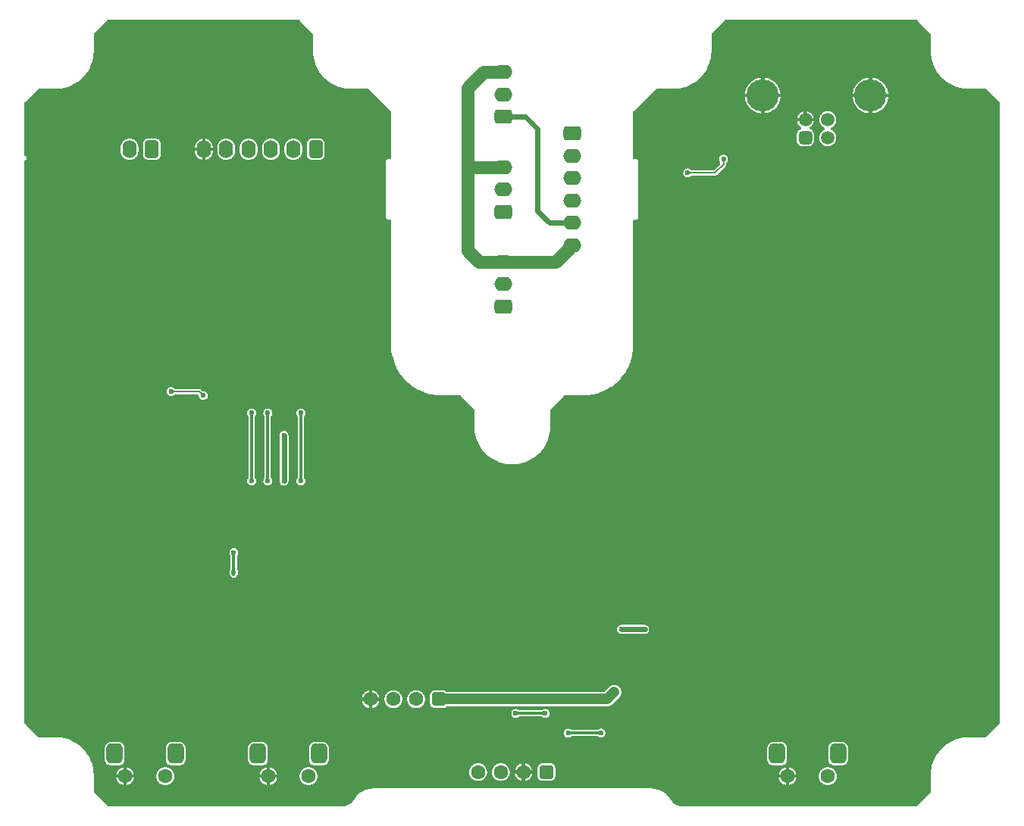
<source format=gbl>
G04*
G04 #@! TF.GenerationSoftware,Altium Limited,Altium Designer,20.1.12 (249)*
G04*
G04 Layer_Physical_Order=2*
G04 Layer_Color=11436288*
%FSLAX25Y25*%
%MOIN*%
G70*
G04*
G04 #@! TF.SameCoordinates,A01A24DB-8456-4819-8E0F-2EBA4B08BD15*
G04*
G04*
G04 #@! TF.FilePolarity,Positive*
G04*
G01*
G75*
%ADD10C,0.00787*%
%ADD11C,0.01181*%
%ADD46C,0.06299*%
%ADD55C,0.02362*%
%ADD78C,0.05512*%
%ADD79C,0.02362*%
%ADD80C,0.01575*%
%ADD82O,0.07874X0.06299*%
G04:AMPARAMS|DCode=83|XSize=62.99mil|YSize=78.74mil|CornerRadius=15.75mil|HoleSize=0mil|Usage=FLASHONLY|Rotation=270.000|XOffset=0mil|YOffset=0mil|HoleType=Round|Shape=RoundedRectangle|*
%AMROUNDEDRECTD83*
21,1,0.06299,0.04724,0,0,270.0*
21,1,0.03150,0.07874,0,0,270.0*
1,1,0.03150,-0.02362,-0.01575*
1,1,0.03150,-0.02362,0.01575*
1,1,0.03150,0.02362,0.01575*
1,1,0.03150,0.02362,-0.01575*
%
%ADD83ROUNDEDRECTD83*%
%ADD84C,0.14173*%
%ADD85C,0.05906*%
G04:AMPARAMS|DCode=86|XSize=59.06mil|YSize=59.06mil|CornerRadius=14.76mil|HoleSize=0mil|Usage=FLASHONLY|Rotation=180.000|XOffset=0mil|YOffset=0mil|HoleType=Round|Shape=RoundedRectangle|*
%AMROUNDEDRECTD86*
21,1,0.05906,0.02953,0,0,180.0*
21,1,0.02953,0.05906,0,0,180.0*
1,1,0.02953,-0.01476,0.01476*
1,1,0.02953,0.01476,0.01476*
1,1,0.02953,0.01476,-0.01476*
1,1,0.02953,-0.01476,-0.01476*
%
%ADD86ROUNDEDRECTD86*%
G04:AMPARAMS|DCode=87|XSize=62.99mil|YSize=62.99mil|CornerRadius=15.75mil|HoleSize=0mil|Usage=FLASHONLY|Rotation=180.000|XOffset=0mil|YOffset=0mil|HoleType=Round|Shape=RoundedRectangle|*
%AMROUNDEDRECTD87*
21,1,0.06299,0.03150,0,0,180.0*
21,1,0.03150,0.06299,0,0,180.0*
1,1,0.03150,-0.01575,0.01575*
1,1,0.03150,0.01575,0.01575*
1,1,0.03150,0.01575,-0.01575*
1,1,0.03150,-0.01575,-0.01575*
%
%ADD87ROUNDEDRECTD87*%
G04:AMPARAMS|DCode=88|XSize=62.99mil|YSize=62.99mil|CornerRadius=15.75mil|HoleSize=0mil|Usage=FLASHONLY|Rotation=270.000|XOffset=0mil|YOffset=0mil|HoleType=Round|Shape=RoundedRectangle|*
%AMROUNDEDRECTD88*
21,1,0.06299,0.03150,0,0,270.0*
21,1,0.03150,0.06299,0,0,270.0*
1,1,0.03150,-0.01575,-0.01575*
1,1,0.03150,-0.01575,0.01575*
1,1,0.03150,0.01575,0.01575*
1,1,0.03150,0.01575,-0.01575*
%
%ADD88ROUNDEDRECTD88*%
%ADD89O,0.06299X0.07874*%
G04:AMPARAMS|DCode=90|XSize=62.99mil|YSize=78.74mil|CornerRadius=15.75mil|HoleSize=0mil|Usage=FLASHONLY|Rotation=180.000|XOffset=0mil|YOffset=0mil|HoleType=Round|Shape=RoundedRectangle|*
%AMROUNDEDRECTD90*
21,1,0.06299,0.04724,0,0,180.0*
21,1,0.03150,0.07874,0,0,180.0*
1,1,0.03150,-0.01575,0.02362*
1,1,0.03150,0.01575,0.02362*
1,1,0.03150,0.01575,-0.02362*
1,1,0.03150,-0.01575,-0.02362*
%
%ADD90ROUNDEDRECTD90*%
G04:AMPARAMS|DCode=91|XSize=70.87mil|YSize=86.61mil|CornerRadius=17.72mil|HoleSize=0mil|Usage=FLASHONLY|Rotation=180.000|XOffset=0mil|YOffset=0mil|HoleType=Round|Shape=RoundedRectangle|*
%AMROUNDEDRECTD91*
21,1,0.07087,0.05118,0,0,180.0*
21,1,0.03543,0.08661,0,0,180.0*
1,1,0.03543,-0.01772,0.02559*
1,1,0.03543,0.01772,0.02559*
1,1,0.03543,0.01772,-0.02559*
1,1,0.03543,-0.01772,-0.02559*
%
%ADD91ROUNDEDRECTD91*%
%ADD92C,0.04724*%
G36*
X394685Y348387D02*
X394694Y348271D01*
X394730Y348120D01*
X394790Y347977D01*
X394871Y347845D01*
X394971Y347727D01*
X400588Y342111D01*
Y334672D01*
X400587Y334646D01*
X400601Y333954D01*
X400644Y333264D01*
X400715Y332576D01*
X400815Y331891D01*
X400943Y331211D01*
X401099Y330537D01*
X401283Y329870D01*
X401494Y329211D01*
X401732Y328562D01*
X401997Y327923D01*
X402287Y327295D01*
X402604Y326680D01*
X402946Y326079D01*
X403312Y325492D01*
X403702Y324921D01*
X404116Y324366D01*
X404552Y323829D01*
X405010Y323311D01*
X405489Y322812D01*
X405988Y322333D01*
X406506Y321875D01*
X407043Y321439D01*
X407598Y321025D01*
X408169Y320635D01*
X408756Y320269D01*
X409357Y319927D01*
X409972Y319610D01*
X410600Y319319D01*
X411239Y319055D01*
X411889Y318817D01*
X412547Y318605D01*
X413214Y318422D01*
X413888Y318266D01*
X414568Y318138D01*
X415253Y318038D01*
X415941Y317967D01*
X416631Y317924D01*
X417323Y317910D01*
X417348Y317910D01*
X424788D01*
X430404Y312294D01*
X430522Y312193D01*
X430654Y312112D01*
X430797Y312053D01*
X430948Y312017D01*
X431064Y312008D01*
Y38386D01*
X430948Y38377D01*
X430797Y38340D01*
X430654Y38281D01*
X430522Y38200D01*
X430404Y38100D01*
X424788Y32483D01*
X417349D01*
X417323Y32484D01*
X416631Y32470D01*
X415941Y32427D01*
X415253Y32355D01*
X414568Y32256D01*
X413888Y32128D01*
X413214Y31972D01*
X412547Y31788D01*
X411889Y31577D01*
X411239Y31339D01*
X410600Y31074D01*
X409972Y30783D01*
X409357Y30467D01*
X408756Y30125D01*
X408169Y29759D01*
X407598Y29368D01*
X407043Y28955D01*
X406506Y28519D01*
X405988Y28061D01*
X405489Y27582D01*
X405010Y27083D01*
X404552Y26564D01*
X404116Y26027D01*
X403702Y25473D01*
X403312Y24902D01*
X402946Y24315D01*
X402604Y23713D01*
X402287Y23098D01*
X401997Y22471D01*
X401732Y21832D01*
X401494Y21182D01*
X401283Y20523D01*
X401099Y19856D01*
X400943Y19183D01*
X400815Y18503D01*
X400715Y17818D01*
X400644Y17130D01*
X400601Y16440D01*
X400587Y15748D01*
X400588Y15722D01*
Y8283D01*
X394971Y2667D01*
X394870Y2549D01*
X394790Y2417D01*
X394730Y2273D01*
X394694Y2123D01*
X394685Y2007D01*
X290954D01*
X290192Y2107D01*
X289449Y2306D01*
X288738Y2601D01*
X288072Y2985D01*
X287462Y3453D01*
X286918Y3997D01*
X286450Y4608D01*
X286258Y4941D01*
X286236Y4966D01*
X286224Y4997D01*
X285952Y5434D01*
X285884Y5507D01*
X285840Y5596D01*
X285213Y6414D01*
X285113Y6501D01*
X285039Y6611D01*
X284311Y7339D01*
X284201Y7413D01*
X284114Y7512D01*
X283297Y8139D01*
X283178Y8198D01*
X283078Y8285D01*
X282187Y8800D01*
X282061Y8843D01*
X281951Y8916D01*
X280999Y9310D01*
X280870Y9336D01*
X280751Y9395D01*
X279756Y9661D01*
X279624Y9670D01*
X279499Y9713D01*
X278477Y9847D01*
X278378Y9841D01*
X278281Y9863D01*
X277766Y9880D01*
X277733Y9875D01*
X277700Y9881D01*
X155370D01*
X155338Y9875D01*
X155305Y9880D01*
X154790Y9863D01*
X154693Y9841D01*
X154594Y9847D01*
X153572Y9713D01*
X153447Y9670D01*
X153315Y9661D01*
X152320Y9395D01*
X152201Y9336D01*
X152071Y9310D01*
X151120Y8916D01*
X151010Y8843D01*
X150884Y8800D01*
X149992Y8285D01*
X149893Y8198D01*
X149774Y8139D01*
X148957Y7512D01*
X148870Y7413D01*
X148760Y7339D01*
X148031Y6611D01*
X147958Y6501D01*
X147858Y6414D01*
X147231Y5596D01*
X147187Y5507D01*
X147119Y5434D01*
X146847Y4997D01*
X146835Y4966D01*
X146813Y4941D01*
X146621Y4608D01*
X146153Y3997D01*
X145609Y3453D01*
X144999Y2985D01*
X144333Y2601D01*
X143622Y2306D01*
X142879Y2107D01*
X142117Y2007D01*
X38386D01*
X38377Y2123D01*
X38340Y2274D01*
X38281Y2417D01*
X38200Y2549D01*
X38100Y2667D01*
X32483Y8283D01*
Y15721D01*
X32484Y15748D01*
X32469Y16440D01*
X32427Y17130D01*
X32355Y17818D01*
X32256Y18503D01*
X32128Y19183D01*
X31972Y19856D01*
X31788Y20523D01*
X31577Y21182D01*
X31339Y21832D01*
X31074Y22471D01*
X30783Y23098D01*
X30467Y23713D01*
X30125Y24315D01*
X29759Y24902D01*
X29368Y25473D01*
X28955Y26027D01*
X28519Y26564D01*
X28061Y27083D01*
X27582Y27582D01*
X27083Y28061D01*
X26564Y28519D01*
X26027Y28955D01*
X25473Y29368D01*
X24902Y29759D01*
X24315Y30125D01*
X23713Y30467D01*
X23098Y30783D01*
X22471Y31074D01*
X21832Y31339D01*
X21182Y31577D01*
X20523Y31788D01*
X19856Y31972D01*
X19183Y32128D01*
X18503Y32256D01*
X17818Y32355D01*
X17130Y32427D01*
X16440Y32470D01*
X15748Y32484D01*
X15722Y32483D01*
X8283D01*
X2667Y38100D01*
X2549Y38200D01*
X2417Y38281D01*
X2273Y38341D01*
X2123Y38377D01*
X2007Y38386D01*
Y286417D01*
X2123Y286426D01*
X2274Y286463D01*
X2417Y286522D01*
X2549Y286603D01*
X2667Y286703D01*
X2767Y286821D01*
X2848Y286953D01*
X2908Y287097D01*
X2944Y287247D01*
X2956Y287402D01*
X2944Y287556D01*
X2908Y287707D01*
X2848Y287850D01*
X2767Y287982D01*
X2667Y288100D01*
X2549Y288200D01*
X2417Y288281D01*
X2274Y288340D01*
X2123Y288377D01*
X2007Y288386D01*
Y312008D01*
X2123Y312017D01*
X2274Y312053D01*
X2417Y312112D01*
X2549Y312193D01*
X2667Y312294D01*
X8283Y317910D01*
X15721D01*
X15748Y317910D01*
X16440Y317924D01*
X17130Y317967D01*
X17818Y318038D01*
X18503Y318138D01*
X19183Y318266D01*
X19856Y318422D01*
X20523Y318605D01*
X21182Y318817D01*
X21832Y319055D01*
X22471Y319319D01*
X23098Y319610D01*
X23713Y319927D01*
X24315Y320269D01*
X24902Y320635D01*
X25473Y321025D01*
X26027Y321439D01*
X26564Y321875D01*
X27083Y322333D01*
X27582Y322812D01*
X28061Y323311D01*
X28519Y323829D01*
X28955Y324366D01*
X29368Y324921D01*
X29759Y325492D01*
X30125Y326079D01*
X30467Y326680D01*
X30783Y327295D01*
X31074Y327923D01*
X31339Y328562D01*
X31577Y329211D01*
X31788Y329870D01*
X31972Y330537D01*
X32128Y331211D01*
X32256Y331891D01*
X32355Y332576D01*
X32427Y333264D01*
X32469Y333954D01*
X32484Y334646D01*
X32483Y334671D01*
Y342111D01*
X38100Y347727D01*
X38200Y347845D01*
X38281Y347977D01*
X38340Y348120D01*
X38377Y348271D01*
X38386Y348387D01*
X123031D01*
X123041Y348271D01*
X123077Y348120D01*
X123136Y347977D01*
X123217Y347845D01*
X123318Y347727D01*
X128934Y342111D01*
Y334672D01*
X128933Y334646D01*
X128948Y333954D01*
X128991Y333264D01*
X129062Y332576D01*
X129162Y331891D01*
X129290Y331211D01*
X129446Y330537D01*
X129629Y329870D01*
X129840Y329211D01*
X130078Y328562D01*
X130343Y327923D01*
X130634Y327295D01*
X130950Y326680D01*
X131292Y326079D01*
X131659Y325492D01*
X132049Y324921D01*
X132462Y324366D01*
X132898Y323829D01*
X133356Y323311D01*
X133835Y322812D01*
X134334Y322333D01*
X134853Y321875D01*
X135390Y321439D01*
X135944Y321025D01*
X136516Y320635D01*
X137102Y320269D01*
X137704Y319927D01*
X138319Y319610D01*
X138947Y319319D01*
X139586Y319055D01*
X140235Y318817D01*
X140894Y318605D01*
X141561Y318422D01*
X142235Y318266D01*
X142915Y318138D01*
X143599Y318038D01*
X144287Y317967D01*
X144978Y317924D01*
X145669Y317910D01*
X145695Y317910D01*
X153134D01*
X162688Y308357D01*
X162805Y308256D01*
X162938Y308175D01*
X163081Y308116D01*
X163231Y308080D01*
X163383Y308068D01*
Y287394D01*
X163318Y287312D01*
X163113Y287159D01*
X162595Y286943D01*
X162571Y286953D01*
X162390Y286997D01*
X162205Y287012D01*
X162019Y286997D01*
X161839Y286953D01*
X161667Y286882D01*
X161508Y286785D01*
X161367Y286665D01*
X161246Y286523D01*
X161149Y286365D01*
X161078Y286193D01*
X161035Y286012D01*
X161020Y285827D01*
Y261417D01*
X161035Y261232D01*
X161078Y261051D01*
X161149Y260879D01*
X161246Y260721D01*
X161367Y260580D01*
X161508Y260459D01*
X161667Y260362D01*
X161839Y260291D01*
X162019Y260247D01*
X162205Y260233D01*
X162390Y260247D01*
X162571Y260291D01*
X162595Y260301D01*
X163113Y260085D01*
X163318Y259933D01*
X163383Y259850D01*
X163383Y204724D01*
X163383Y203434D01*
X163384Y203416D01*
X163383Y203397D01*
X163390Y203306D01*
X163395Y203213D01*
X163398Y203195D01*
X163400Y203177D01*
X163736Y200618D01*
X163740Y200600D01*
X163742Y200582D01*
X163760Y200491D01*
X163777Y200401D01*
X163783Y200384D01*
X163787Y200365D01*
X164455Y197873D01*
X164460Y197855D01*
X164464Y197837D01*
X164495Y197751D01*
X164524Y197663D01*
X164531Y197646D01*
X164538Y197629D01*
X165525Y195245D01*
X165533Y195228D01*
X165539Y195211D01*
X165581Y195129D01*
X165621Y195045D01*
X165631Y195030D01*
X165639Y195013D01*
X166929Y192779D01*
X166939Y192763D01*
X166948Y192747D01*
X167000Y192671D01*
X167050Y192594D01*
X167062Y192579D01*
X167072Y192564D01*
X168643Y190517D01*
X168655Y190503D01*
X168666Y190488D01*
X168728Y190419D01*
X168788Y190349D01*
X168801Y190337D01*
X168813Y190323D01*
X170638Y188498D01*
X170652Y188486D01*
X170664Y188473D01*
X170734Y188412D01*
X170803Y188351D01*
X170818Y188340D01*
X170832Y188328D01*
X172879Y186758D01*
X172895Y186747D01*
X172909Y186735D01*
X172986Y186685D01*
X173062Y186633D01*
X173078Y186624D01*
X173094Y186614D01*
X175328Y185324D01*
X175345Y185316D01*
X175361Y185306D01*
X175443Y185266D01*
X175526Y185224D01*
X175543Y185218D01*
X175560Y185210D01*
X177944Y184222D01*
X177961Y184216D01*
X177978Y184209D01*
X178066Y184180D01*
X178152Y184150D01*
X178170Y184145D01*
X178188Y184140D01*
X180680Y183472D01*
X180699Y183468D01*
X180716Y183463D01*
X180806Y183446D01*
X180897Y183427D01*
X180915Y183425D01*
X180933Y183421D01*
X183492Y183085D01*
X183510Y183083D01*
X183528Y183080D01*
X183620Y183075D01*
X183712Y183068D01*
X183731Y183069D01*
X183749Y183068D01*
X185039Y183068D01*
X193874D01*
X193895Y183046D01*
X193907Y182891D01*
X193943Y182741D01*
X194002Y182597D01*
X194083Y182465D01*
X194184Y182348D01*
X199800Y176731D01*
Y169291D01*
X199800D01*
X199814Y168600D01*
X199819Y168512D01*
X199857Y167909D01*
X199928Y167221D01*
X200028Y166537D01*
X200156Y165857D01*
X200312Y165183D01*
X200495Y164516D01*
X200706Y163857D01*
X200944Y163208D01*
X201209Y162569D01*
X201500Y161941D01*
X201817Y161326D01*
X202158Y160724D01*
X202525Y160138D01*
X202915Y159566D01*
X203328Y159012D01*
X203765Y158475D01*
X204222Y157956D01*
X204701Y157457D01*
X205201Y156978D01*
X205719Y156520D01*
X206256Y156084D01*
X206811Y155671D01*
X207382Y155281D01*
X207969Y154914D01*
X208570Y154573D01*
X209185Y154256D01*
X209813Y153965D01*
X210452Y153700D01*
X211101Y153462D01*
X211760Y153251D01*
X212427Y153068D01*
X213101Y152912D01*
X213781Y152784D01*
X214465Y152684D01*
X215153Y152613D01*
X215844Y152570D01*
X216535Y152556D01*
X217227Y152570D01*
X217917Y152613D01*
X218605Y152684D01*
X219290Y152784D01*
X219970Y152912D01*
X220644Y153068D01*
X221311Y153251D01*
X221970Y153462D01*
X222619Y153700D01*
X223258Y153965D01*
X223886Y154256D01*
X224501Y154573D01*
X225102Y154914D01*
X225689Y155281D01*
X226260Y155671D01*
X226815Y156084D01*
X227352Y156520D01*
X227870Y156978D01*
X228369Y157457D01*
X228848Y157956D01*
X229306Y158475D01*
X229742Y159012D01*
X230156Y159566D01*
X230546Y160138D01*
X230912Y160724D01*
X231254Y161326D01*
X231571Y161941D01*
X231862Y162569D01*
X232126Y163208D01*
X232365Y163857D01*
X232575Y164516D01*
X232759Y165183D01*
X232915Y165857D01*
X233043Y166537D01*
X233143Y167221D01*
X233214Y167909D01*
X233252Y168512D01*
X233257Y168600D01*
X233271Y169291D01*
X233271D01*
Y176756D01*
X238887Y182373D01*
X238988Y182491D01*
X239069Y182623D01*
X239128Y182766D01*
X239164Y182916D01*
X239176Y183068D01*
X248031Y183068D01*
X249322Y183068D01*
X249340Y183069D01*
X249359Y183068D01*
X249450Y183075D01*
X249542Y183080D01*
X249561Y183083D01*
X249579Y183085D01*
X252137Y183421D01*
X252155Y183425D01*
X252174Y183427D01*
X252264Y183446D01*
X252355Y183463D01*
X252372Y183468D01*
X252390Y183472D01*
X254883Y184140D01*
X254900Y184145D01*
X254918Y184150D01*
X255005Y184180D01*
X255093Y184209D01*
X255110Y184216D01*
X255127Y184222D01*
X257511Y185210D01*
X257528Y185218D01*
X257545Y185224D01*
X257627Y185266D01*
X257710Y185306D01*
X257726Y185316D01*
X257742Y185324D01*
X259977Y186614D01*
X259993Y186625D01*
X260009Y186633D01*
X260085Y186685D01*
X260162Y186735D01*
X260176Y186747D01*
X260192Y186758D01*
X262239Y188328D01*
X262253Y188340D01*
X262268Y188351D01*
X262337Y188413D01*
X262406Y188473D01*
X262419Y188486D01*
X262433Y188498D01*
X264257Y190323D01*
X264270Y190337D01*
X264283Y190349D01*
X264343Y190419D01*
X264405Y190488D01*
X264415Y190503D01*
X264427Y190517D01*
X265998Y192564D01*
X266009Y192580D01*
X266020Y192594D01*
X266071Y192671D01*
X266123Y192747D01*
X266131Y192763D01*
X266142Y192779D01*
X267432Y195013D01*
X267440Y195030D01*
X267450Y195045D01*
X267490Y195129D01*
X267531Y195211D01*
X267538Y195228D01*
X267546Y195245D01*
X268533Y197629D01*
X268539Y197646D01*
X268547Y197663D01*
X268576Y197751D01*
X268606Y197837D01*
X268610Y197855D01*
X268616Y197873D01*
X269284Y200365D01*
X269288Y200384D01*
X269293Y200401D01*
X269310Y200491D01*
X269329Y200582D01*
X269331Y200600D01*
X269334Y200618D01*
X269671Y203177D01*
X269673Y203195D01*
X269676Y203213D01*
X269681Y203306D01*
X269688Y203397D01*
X269687Y203416D01*
X269688Y203434D01*
Y204724D01*
Y259851D01*
X269753Y259933D01*
X269958Y260085D01*
X270476Y260301D01*
X270500Y260291D01*
X270681Y260247D01*
X270866Y260233D01*
X271052Y260247D01*
X271232Y260291D01*
X271404Y260362D01*
X271563Y260459D01*
X271704Y260580D01*
X271825Y260721D01*
X271922Y260879D01*
X271993Y261051D01*
X272036Y261232D01*
X272051Y261417D01*
Y285827D01*
X272036Y286012D01*
X271993Y286193D01*
X271922Y286365D01*
X271825Y286523D01*
X271704Y286665D01*
X271563Y286785D01*
X271404Y286882D01*
X271232Y286953D01*
X271052Y286997D01*
X270866Y287012D01*
X270681Y286997D01*
X270500Y286953D01*
X270476Y286943D01*
X269958Y287159D01*
X269753Y287311D01*
X269688Y287394D01*
Y308068D01*
X269840Y308080D01*
X269990Y308116D01*
X270133Y308175D01*
X270265Y308256D01*
X270383Y308357D01*
X279937Y317910D01*
X287375D01*
X287402Y317910D01*
X288093Y317924D01*
X288784Y317967D01*
X289472Y318038D01*
X290156Y318138D01*
X290836Y318266D01*
X291510Y318422D01*
X292177Y318605D01*
X292836Y318817D01*
X293485Y319055D01*
X294124Y319319D01*
X294752Y319610D01*
X295367Y319927D01*
X295968Y320269D01*
X296555Y320635D01*
X297126Y321025D01*
X297681Y321439D01*
X298218Y321875D01*
X298736Y322333D01*
X299236Y322812D01*
X299714Y323311D01*
X300172Y323829D01*
X300608Y324366D01*
X301022Y324921D01*
X301412Y325492D01*
X301779Y326079D01*
X302120Y326680D01*
X302437Y327295D01*
X302728Y327923D01*
X302993Y328562D01*
X303231Y329211D01*
X303442Y329870D01*
X303625Y330537D01*
X303781Y331211D01*
X303909Y331891D01*
X304009Y332576D01*
X304080Y333264D01*
X304123Y333954D01*
X304137Y334646D01*
X304137Y334671D01*
Y342111D01*
X309753Y347727D01*
X309854Y347845D01*
X309935Y347977D01*
X309994Y348120D01*
X310030Y348271D01*
X310039Y348387D01*
X394685Y348387D01*
D02*
G37*
%LPC*%
G36*
X374882Y322835D02*
Y315787D01*
X381929D01*
X381915Y315950D01*
X381843Y316420D01*
X381743Y316885D01*
X381615Y317344D01*
X381460Y317793D01*
X381278Y318233D01*
X381070Y318661D01*
X380836Y319075D01*
X380578Y319475D01*
X380296Y319858D01*
X379991Y320224D01*
X379665Y320570D01*
X379318Y320897D01*
X378953Y321201D01*
X378570Y321483D01*
X378170Y321742D01*
X377755Y321975D01*
X377328Y322184D01*
X376888Y322366D01*
X376438Y322521D01*
X375980Y322649D01*
X375515Y322749D01*
X375044Y322820D01*
X374882Y322835D01*
D02*
G37*
G36*
X327480D02*
Y315787D01*
X334528D01*
X334513Y315950D01*
X334441Y316420D01*
X334342Y316885D01*
X334214Y317344D01*
X334059Y317793D01*
X333876Y318233D01*
X333668Y318661D01*
X333434Y319075D01*
X333176Y319475D01*
X332894Y319858D01*
X332589Y320224D01*
X332263Y320570D01*
X331917Y320897D01*
X331551Y321201D01*
X331168Y321483D01*
X330768Y321742D01*
X330354Y321975D01*
X329926Y322184D01*
X329486Y322366D01*
X329036Y322521D01*
X328578Y322649D01*
X328113Y322749D01*
X327642Y322820D01*
X327480Y322835D01*
D02*
G37*
G36*
X325905Y322835D02*
X325743Y322820D01*
X325273Y322749D01*
X324808Y322649D01*
X324349Y322521D01*
X323900Y322366D01*
X323460Y322184D01*
X323032Y321975D01*
X322618Y321742D01*
X322218Y321483D01*
X321835Y321201D01*
X321469Y320897D01*
X321123Y320570D01*
X320796Y320224D01*
X320492Y319858D01*
X320210Y319475D01*
X319951Y319075D01*
X319718Y318661D01*
X319509Y318233D01*
X319327Y317793D01*
X319172Y317344D01*
X319044Y316885D01*
X318944Y316420D01*
X318873Y315950D01*
X318858Y315787D01*
X325905D01*
Y322835D01*
D02*
G37*
G36*
X373307Y322835D02*
X373145Y322820D01*
X372674Y322749D01*
X372209Y322649D01*
X371751Y322521D01*
X371301Y322366D01*
X370861Y322184D01*
X370434Y321975D01*
X370019Y321742D01*
X369619Y321483D01*
X369236Y321201D01*
X368871Y320897D01*
X368524Y320570D01*
X368198Y320224D01*
X367893Y319858D01*
X367611Y319475D01*
X367353Y319075D01*
X367119Y318661D01*
X366911Y318233D01*
X366729Y317793D01*
X366574Y317344D01*
X366446Y316885D01*
X366346Y316420D01*
X366274Y315950D01*
X366260Y315787D01*
X373307D01*
Y322835D01*
D02*
G37*
G36*
X325905Y314213D02*
X318858D01*
X318873Y314051D01*
X318944Y313580D01*
X319044Y313115D01*
X319172Y312656D01*
X319327Y312207D01*
X319509Y311767D01*
X319718Y311339D01*
X319951Y310925D01*
X320210Y310525D01*
X320492Y310142D01*
X320796Y309776D01*
X321123Y309430D01*
X321469Y309103D01*
X321835Y308799D01*
X322218Y308517D01*
X322618Y308259D01*
X323032Y308025D01*
X323460Y307816D01*
X323900Y307634D01*
X324349Y307479D01*
X324808Y307351D01*
X325273Y307251D01*
X325743Y307180D01*
X325905Y307165D01*
Y314213D01*
D02*
G37*
G36*
X381929D02*
X374882D01*
Y307165D01*
X375044Y307180D01*
X375515Y307251D01*
X375980Y307351D01*
X376438Y307479D01*
X376888Y307634D01*
X377328Y307816D01*
X377755Y308025D01*
X378170Y308259D01*
X378570Y308517D01*
X378953Y308799D01*
X379318Y309103D01*
X379665Y309430D01*
X379991Y309776D01*
X380296Y310142D01*
X380578Y310525D01*
X380836Y310925D01*
X381070Y311339D01*
X381278Y311767D01*
X381460Y312207D01*
X381615Y312656D01*
X381743Y313115D01*
X381843Y313580D01*
X381915Y314051D01*
X381929Y314213D01*
D02*
G37*
G36*
X373307D02*
X366260D01*
X366274Y314051D01*
X366346Y313580D01*
X366446Y313115D01*
X366574Y312656D01*
X366729Y312207D01*
X366911Y311767D01*
X367119Y311339D01*
X367353Y310925D01*
X367611Y310525D01*
X367893Y310142D01*
X368198Y309776D01*
X368524Y309430D01*
X368871Y309103D01*
X369236Y308799D01*
X369619Y308517D01*
X370019Y308259D01*
X370434Y308025D01*
X370861Y307816D01*
X371301Y307634D01*
X371751Y307479D01*
X372209Y307351D01*
X372674Y307251D01*
X373145Y307180D01*
X373307Y307165D01*
Y314213D01*
D02*
G37*
G36*
X334528D02*
X327480D01*
Y307165D01*
X327642Y307180D01*
X328113Y307251D01*
X328578Y307351D01*
X329036Y307479D01*
X329486Y307634D01*
X329926Y307816D01*
X330354Y308025D01*
X330768Y308259D01*
X331168Y308517D01*
X331551Y308799D01*
X331917Y309103D01*
X332263Y309430D01*
X332589Y309776D01*
X332894Y310142D01*
X333176Y310525D01*
X333434Y310925D01*
X333668Y311339D01*
X333876Y311767D01*
X334059Y312207D01*
X334214Y312656D01*
X334342Y313115D01*
X334441Y313580D01*
X334513Y314051D01*
X334528Y314213D01*
D02*
G37*
G36*
X346260Y307987D02*
Y305118D01*
X349129D01*
X349089Y305300D01*
X348990Y305611D01*
X348865Y305913D01*
X348715Y306203D01*
X348539Y306478D01*
X348340Y306737D01*
X348120Y306978D01*
X347879Y307199D01*
X347620Y307397D01*
X347344Y307573D01*
X347055Y307724D01*
X346753Y307849D01*
X346441Y307947D01*
X346260Y307987D01*
D02*
G37*
G36*
X344685Y307987D02*
X344503Y307947D01*
X344192Y307849D01*
X343890Y307724D01*
X343601Y307573D01*
X343325Y307397D01*
X343066Y307199D01*
X342825Y306978D01*
X342605Y306737D01*
X342406Y306478D01*
X342230Y306203D01*
X342079Y305913D01*
X341954Y305611D01*
X341856Y305300D01*
X341816Y305118D01*
X344685D01*
Y307987D01*
D02*
G37*
G36*
X355315Y308074D02*
X354989Y308060D01*
X354665Y308017D01*
X354346Y307947D01*
X354034Y307849D01*
X353733Y307724D01*
X353443Y307573D01*
X353168Y307397D01*
X352909Y307199D01*
X352668Y306978D01*
X352447Y306737D01*
X352248Y306478D01*
X352073Y306203D01*
X351922Y305913D01*
X351797Y305611D01*
X351699Y305300D01*
X351628Y304981D01*
X351586Y304657D01*
X351571Y304331D01*
X351586Y304004D01*
X351628Y303681D01*
X351699Y303362D01*
X351797Y303050D01*
X351922Y302748D01*
X352073Y302459D01*
X352248Y302183D01*
X352447Y301924D01*
X352668Y301683D01*
X352909Y301463D01*
X353168Y301264D01*
X353443Y301089D01*
X353733Y300938D01*
X354034Y300813D01*
X354054Y300806D01*
Y299981D01*
X354034Y299975D01*
X353733Y299850D01*
X353443Y299699D01*
X353168Y299523D01*
X352909Y299324D01*
X352668Y299104D01*
X352447Y298863D01*
X352248Y298604D01*
X352073Y298328D01*
X351922Y298039D01*
X351797Y297737D01*
X351699Y297426D01*
X351628Y297107D01*
X351586Y296783D01*
X351571Y296457D01*
X351586Y296130D01*
X351628Y295807D01*
X351699Y295488D01*
X351797Y295176D01*
X351922Y294875D01*
X352073Y294585D01*
X352248Y294309D01*
X352447Y294050D01*
X352668Y293810D01*
X352909Y293589D01*
X353168Y293390D01*
X353443Y293215D01*
X353733Y293064D01*
X354034Y292939D01*
X354346Y292841D01*
X354665Y292770D01*
X354989Y292727D01*
X355315Y292713D01*
X355641Y292727D01*
X355965Y292770D01*
X356284Y292841D01*
X356595Y292939D01*
X356897Y293064D01*
X357187Y293215D01*
X357462Y293390D01*
X357721Y293589D01*
X357962Y293810D01*
X358183Y294050D01*
X358382Y294309D01*
X358557Y294585D01*
X358708Y294875D01*
X358833Y295176D01*
X358931Y295488D01*
X359002Y295807D01*
X359044Y296130D01*
X359059Y296457D01*
X359044Y296783D01*
X359002Y297107D01*
X358931Y297426D01*
X358833Y297737D01*
X358708Y298039D01*
X358557Y298328D01*
X358382Y298604D01*
X358183Y298863D01*
X357962Y299104D01*
X357721Y299324D01*
X357462Y299523D01*
X357187Y299699D01*
X356897Y299850D01*
X356595Y299975D01*
X356575Y299981D01*
Y300806D01*
X356595Y300813D01*
X356897Y300938D01*
X357187Y301089D01*
X357462Y301264D01*
X357721Y301463D01*
X357962Y301683D01*
X358183Y301924D01*
X358382Y302183D01*
X358557Y302459D01*
X358708Y302748D01*
X358833Y303050D01*
X358931Y303362D01*
X359002Y303681D01*
X359044Y304004D01*
X359059Y304331D01*
X359044Y304657D01*
X359002Y304981D01*
X358931Y305300D01*
X358833Y305611D01*
X358708Y305913D01*
X358557Y306203D01*
X358382Y306478D01*
X358183Y306737D01*
X357962Y306978D01*
X357721Y307199D01*
X357462Y307397D01*
X357187Y307573D01*
X356897Y307724D01*
X356595Y307849D01*
X356284Y307947D01*
X355965Y308017D01*
X355641Y308060D01*
X355315Y308074D01*
D02*
G37*
G36*
X349129Y303543D02*
X345472D01*
X341816D01*
X341856Y303362D01*
X341954Y303050D01*
X342079Y302748D01*
X342230Y302459D01*
X342406Y302183D01*
X342605Y301924D01*
X342825Y301683D01*
X343066Y301463D01*
X343325Y301264D01*
X343601Y301089D01*
X343681Y300556D01*
X343492Y300144D01*
X343247Y300073D01*
X343012Y299976D01*
X342790Y299853D01*
X342582Y299706D01*
X342393Y299536D01*
X342223Y299347D01*
X342076Y299139D01*
X341953Y298917D01*
X341856Y298682D01*
X341786Y298438D01*
X341743Y298187D01*
X341729Y297933D01*
Y294980D01*
X341743Y294726D01*
X341786Y294476D01*
X341856Y294232D01*
X341953Y293997D01*
X342076Y293774D01*
X342223Y293567D01*
X342393Y293377D01*
X342582Y293208D01*
X342790Y293060D01*
X343012Y292937D01*
X343247Y292840D01*
X343492Y292770D01*
X343742Y292727D01*
X343996Y292713D01*
X346949D01*
X347203Y292727D01*
X347453Y292770D01*
X347698Y292840D01*
X347933Y292937D01*
X348155Y293060D01*
X348362Y293208D01*
X348552Y293377D01*
X348722Y293567D01*
X348869Y293774D01*
X348992Y293997D01*
X349089Y294232D01*
X349159Y294476D01*
X349202Y294726D01*
X349216Y294980D01*
Y297933D01*
X349202Y298187D01*
X349159Y298438D01*
X349089Y298682D01*
X348992Y298917D01*
X348869Y299139D01*
X348722Y299347D01*
X348552Y299536D01*
X348362Y299706D01*
X348155Y299853D01*
X347933Y299976D01*
X347698Y300073D01*
X347453Y300144D01*
X347264Y300556D01*
X347344Y301089D01*
X347620Y301264D01*
X347879Y301463D01*
X348120Y301683D01*
X348340Y301924D01*
X348539Y302183D01*
X348715Y302459D01*
X348865Y302748D01*
X348990Y303050D01*
X349089Y303362D01*
X349129Y303543D01*
D02*
G37*
G36*
X81693Y295984D02*
Y292126D01*
X84846D01*
Y292126D01*
X84831Y292470D01*
X84786Y292810D01*
X84712Y293146D01*
X84609Y293474D01*
X84477Y293791D01*
X84318Y294096D01*
X84134Y294386D01*
X83924Y294659D01*
X83692Y294913D01*
X83439Y295145D01*
X83166Y295354D01*
X82876Y295539D01*
X82571Y295697D01*
X82253Y295829D01*
X81925Y295933D01*
X81693Y295984D01*
D02*
G37*
G36*
X80118Y295984D02*
X79886Y295933D01*
X79558Y295829D01*
X79240Y295697D01*
X78935Y295539D01*
X78645Y295354D01*
X78372Y295145D01*
X78119Y294913D01*
X77887Y294659D01*
X77677Y294386D01*
X77493Y294096D01*
X77334Y293791D01*
X77202Y293474D01*
X77099Y293146D01*
X77025Y292810D01*
X76980Y292470D01*
X76965Y292126D01*
Y292126D01*
X80118D01*
Y295984D01*
D02*
G37*
G36*
X84846Y290551D02*
X81693D01*
Y286693D01*
X81925Y286745D01*
X82253Y286848D01*
X82571Y286980D01*
X82876Y287138D01*
X83166Y287323D01*
X83439Y287532D01*
X83692Y287765D01*
X83924Y288018D01*
X84134Y288291D01*
X84318Y288581D01*
X84477Y288886D01*
X84609Y289203D01*
X84712Y289531D01*
X84786Y289867D01*
X84831Y290208D01*
X84846Y290551D01*
D02*
G37*
G36*
X80118D02*
X76965D01*
X76980Y290208D01*
X77025Y289867D01*
X77099Y289531D01*
X77202Y289203D01*
X77334Y288886D01*
X77493Y288581D01*
X77677Y288291D01*
X77887Y288018D01*
X78119Y287765D01*
X78372Y287532D01*
X78645Y287323D01*
X78935Y287138D01*
X79240Y286980D01*
X79558Y286848D01*
X79886Y286745D01*
X80118Y286693D01*
Y290551D01*
D02*
G37*
G36*
X131693Y296067D02*
X128543D01*
X128278Y296052D01*
X128017Y296007D01*
X127762Y295934D01*
X127517Y295832D01*
X127285Y295704D01*
X127068Y295550D01*
X126870Y295374D01*
X126694Y295176D01*
X126540Y294959D01*
X126412Y294727D01*
X126310Y294482D01*
X126237Y294227D01*
X126192Y293966D01*
X126177Y293701D01*
Y288976D01*
X126192Y288712D01*
X126237Y288450D01*
X126310Y288195D01*
X126412Y287950D01*
X126540Y287718D01*
X126694Y287501D01*
X126870Y287303D01*
X127068Y287127D01*
X127285Y286973D01*
X127517Y286845D01*
X127762Y286743D01*
X128017Y286670D01*
X128278Y286625D01*
X128543Y286610D01*
X131693D01*
X131958Y286625D01*
X132219Y286670D01*
X132474Y286743D01*
X132719Y286845D01*
X132952Y286973D01*
X133168Y287127D01*
X133366Y287303D01*
X133543Y287501D01*
X133696Y287718D01*
X133825Y287950D01*
X133926Y288195D01*
X134000Y288450D01*
X134044Y288712D01*
X134059Y288976D01*
Y293701D01*
X134044Y293966D01*
X134000Y294227D01*
X133926Y294482D01*
X133825Y294727D01*
X133696Y294959D01*
X133543Y295176D01*
X133366Y295374D01*
X133168Y295550D01*
X132952Y295704D01*
X132719Y295832D01*
X132474Y295934D01*
X132219Y296007D01*
X131958Y296052D01*
X131693Y296067D01*
D02*
G37*
G36*
X59646D02*
X56496D01*
X56231Y296052D01*
X55970Y296007D01*
X55715Y295934D01*
X55470Y295832D01*
X55237Y295704D01*
X55021Y295550D01*
X54823Y295374D01*
X54646Y295176D01*
X54493Y294959D01*
X54364Y294727D01*
X54263Y294482D01*
X54189Y294227D01*
X54145Y293966D01*
X54130Y293701D01*
Y288976D01*
X54145Y288712D01*
X54189Y288450D01*
X54263Y288195D01*
X54364Y287950D01*
X54493Y287718D01*
X54646Y287501D01*
X54823Y287303D01*
X55021Y287127D01*
X55237Y286973D01*
X55470Y286845D01*
X55715Y286743D01*
X55970Y286670D01*
X56231Y286625D01*
X56496Y286610D01*
X59646D01*
X59911Y286625D01*
X60172Y286670D01*
X60427Y286743D01*
X60672Y286845D01*
X60904Y286973D01*
X61121Y287127D01*
X61319Y287303D01*
X61495Y287501D01*
X61649Y287718D01*
X61777Y287950D01*
X61879Y288195D01*
X61952Y288450D01*
X61997Y288712D01*
X62012Y288976D01*
Y293701D01*
X61997Y293966D01*
X61952Y294227D01*
X61879Y294482D01*
X61777Y294727D01*
X61649Y294959D01*
X61495Y295176D01*
X61319Y295374D01*
X61121Y295550D01*
X60904Y295704D01*
X60672Y295832D01*
X60427Y295934D01*
X60172Y296007D01*
X59911Y296052D01*
X59646Y296067D01*
D02*
G37*
G36*
X120276Y296067D02*
X119932Y296052D01*
X119591Y296007D01*
X119256Y295933D01*
X118928Y295829D01*
X118610Y295697D01*
X118305Y295539D01*
X118015Y295354D01*
X117743Y295145D01*
X117489Y294913D01*
X117257Y294659D01*
X117048Y294386D01*
X116863Y294096D01*
X116704Y293791D01*
X116572Y293474D01*
X116469Y293146D01*
X116395Y292810D01*
X116350Y292470D01*
X116335Y292126D01*
Y290551D01*
X116350Y290208D01*
X116395Y289867D01*
X116469Y289531D01*
X116572Y289203D01*
X116704Y288886D01*
X116863Y288581D01*
X117048Y288291D01*
X117257Y288018D01*
X117489Y287765D01*
X117743Y287532D01*
X118015Y287323D01*
X118305Y287138D01*
X118610Y286980D01*
X118928Y286848D01*
X119256Y286745D01*
X119591Y286670D01*
X119932Y286625D01*
X120276Y286610D01*
X120619Y286625D01*
X120960Y286670D01*
X121295Y286745D01*
X121623Y286848D01*
X121941Y286980D01*
X122246Y287138D01*
X122536Y287323D01*
X122809Y287532D01*
X123062Y287765D01*
X123294Y288018D01*
X123504Y288291D01*
X123688Y288581D01*
X123847Y288886D01*
X123979Y289203D01*
X124082Y289531D01*
X124156Y289867D01*
X124201Y290208D01*
X124216Y290551D01*
Y292126D01*
X124201Y292470D01*
X124156Y292810D01*
X124082Y293146D01*
X123979Y293474D01*
X123847Y293791D01*
X123688Y294096D01*
X123504Y294386D01*
X123294Y294659D01*
X123062Y294913D01*
X122809Y295145D01*
X122536Y295354D01*
X122246Y295539D01*
X121941Y295697D01*
X121623Y295829D01*
X121295Y295933D01*
X120960Y296007D01*
X120619Y296052D01*
X120276Y296067D01*
D02*
G37*
G36*
X110433D02*
X110090Y296052D01*
X109749Y296007D01*
X109413Y295933D01*
X109085Y295829D01*
X108768Y295697D01*
X108463Y295539D01*
X108173Y295354D01*
X107900Y295145D01*
X107647Y294913D01*
X107414Y294659D01*
X107205Y294386D01*
X107020Y294096D01*
X106861Y293791D01*
X106730Y293474D01*
X106627Y293146D01*
X106552Y292810D01*
X106507Y292470D01*
X106492Y292126D01*
Y290551D01*
X106507Y290208D01*
X106552Y289867D01*
X106627Y289531D01*
X106730Y289203D01*
X106861Y288886D01*
X107020Y288581D01*
X107205Y288291D01*
X107414Y288018D01*
X107647Y287765D01*
X107900Y287532D01*
X108173Y287323D01*
X108463Y287138D01*
X108768Y286980D01*
X109085Y286848D01*
X109413Y286745D01*
X109749Y286670D01*
X110090Y286625D01*
X110433Y286610D01*
X110776Y286625D01*
X111117Y286670D01*
X111453Y286745D01*
X111781Y286848D01*
X112099Y286980D01*
X112403Y287138D01*
X112693Y287323D01*
X112966Y287532D01*
X113220Y287765D01*
X113452Y288018D01*
X113661Y288291D01*
X113846Y288581D01*
X114005Y288886D01*
X114136Y289203D01*
X114240Y289531D01*
X114314Y289867D01*
X114359Y290208D01*
X114374Y290551D01*
Y292126D01*
X114359Y292470D01*
X114314Y292810D01*
X114240Y293146D01*
X114136Y293474D01*
X114005Y293791D01*
X113846Y294096D01*
X113661Y294386D01*
X113452Y294659D01*
X113220Y294913D01*
X112966Y295145D01*
X112693Y295354D01*
X112403Y295539D01*
X112099Y295697D01*
X111781Y295829D01*
X111453Y295933D01*
X111117Y296007D01*
X110776Y296052D01*
X110433Y296067D01*
D02*
G37*
G36*
X100591D02*
X100247Y296052D01*
X99906Y296007D01*
X99571Y295933D01*
X99243Y295829D01*
X98925Y295697D01*
X98620Y295539D01*
X98330Y295354D01*
X98058Y295145D01*
X97804Y294913D01*
X97572Y294659D01*
X97363Y294386D01*
X97178Y294096D01*
X97019Y293791D01*
X96887Y293474D01*
X96784Y293146D01*
X96710Y292810D01*
X96665Y292470D01*
X96650Y292126D01*
Y290551D01*
X96665Y290208D01*
X96710Y289867D01*
X96784Y289531D01*
X96887Y289203D01*
X97019Y288886D01*
X97178Y288581D01*
X97363Y288291D01*
X97572Y288018D01*
X97804Y287765D01*
X98058Y287532D01*
X98330Y287323D01*
X98620Y287138D01*
X98925Y286980D01*
X99243Y286848D01*
X99571Y286745D01*
X99906Y286670D01*
X100247Y286625D01*
X100591Y286610D01*
X100934Y286625D01*
X101275Y286670D01*
X101611Y286745D01*
X101938Y286848D01*
X102256Y286980D01*
X102561Y287138D01*
X102851Y287323D01*
X103124Y287532D01*
X103377Y287765D01*
X103609Y288018D01*
X103819Y288291D01*
X104003Y288581D01*
X104162Y288886D01*
X104294Y289203D01*
X104397Y289531D01*
X104471Y289867D01*
X104516Y290208D01*
X104531Y290551D01*
Y292126D01*
X104516Y292470D01*
X104471Y292810D01*
X104397Y293146D01*
X104294Y293474D01*
X104162Y293791D01*
X104003Y294096D01*
X103819Y294386D01*
X103609Y294659D01*
X103377Y294913D01*
X103124Y295145D01*
X102851Y295354D01*
X102561Y295539D01*
X102256Y295697D01*
X101938Y295829D01*
X101611Y295933D01*
X101275Y296007D01*
X100934Y296052D01*
X100591Y296067D01*
D02*
G37*
G36*
X90748D02*
X90405Y296052D01*
X90064Y296007D01*
X89728Y295933D01*
X89400Y295829D01*
X89083Y295697D01*
X88778Y295539D01*
X88488Y295354D01*
X88215Y295145D01*
X87962Y294913D01*
X87729Y294659D01*
X87520Y294386D01*
X87335Y294096D01*
X87177Y293791D01*
X87045Y293474D01*
X86942Y293146D01*
X86867Y292810D01*
X86822Y292470D01*
X86807Y292126D01*
Y290551D01*
X86822Y290208D01*
X86867Y289867D01*
X86942Y289531D01*
X87045Y289203D01*
X87177Y288886D01*
X87335Y288581D01*
X87520Y288291D01*
X87729Y288018D01*
X87962Y287765D01*
X88215Y287532D01*
X88488Y287323D01*
X88778Y287138D01*
X89083Y286980D01*
X89400Y286848D01*
X89728Y286745D01*
X90064Y286670D01*
X90405Y286625D01*
X90748Y286610D01*
X91092Y286625D01*
X91432Y286670D01*
X91768Y286745D01*
X92096Y286848D01*
X92414Y286980D01*
X92718Y287138D01*
X93008Y287323D01*
X93281Y287532D01*
X93535Y287765D01*
X93767Y288018D01*
X93976Y288291D01*
X94161Y288581D01*
X94320Y288886D01*
X94451Y289203D01*
X94555Y289531D01*
X94629Y289867D01*
X94674Y290208D01*
X94689Y290551D01*
Y292126D01*
X94674Y292470D01*
X94629Y292810D01*
X94555Y293146D01*
X94451Y293474D01*
X94320Y293791D01*
X94161Y294096D01*
X93976Y294386D01*
X93767Y294659D01*
X93535Y294913D01*
X93281Y295145D01*
X93008Y295354D01*
X92718Y295539D01*
X92414Y295697D01*
X92096Y295829D01*
X91768Y295933D01*
X91432Y296007D01*
X91092Y296052D01*
X90748Y296067D01*
D02*
G37*
G36*
X48228D02*
X47885Y296052D01*
X47544Y296007D01*
X47208Y295933D01*
X46880Y295829D01*
X46563Y295697D01*
X46258Y295539D01*
X45968Y295354D01*
X45695Y295145D01*
X45442Y294913D01*
X45210Y294659D01*
X45000Y294386D01*
X44816Y294096D01*
X44657Y293791D01*
X44525Y293474D01*
X44422Y293146D01*
X44348Y292810D01*
X44303Y292470D01*
X44288Y292126D01*
Y290551D01*
X44303Y290208D01*
X44348Y289867D01*
X44422Y289531D01*
X44525Y289203D01*
X44657Y288886D01*
X44816Y288581D01*
X45000Y288291D01*
X45210Y288018D01*
X45442Y287765D01*
X45695Y287532D01*
X45968Y287323D01*
X46258Y287138D01*
X46563Y286980D01*
X46880Y286848D01*
X47208Y286745D01*
X47544Y286670D01*
X47885Y286625D01*
X48228Y286610D01*
X48572Y286625D01*
X48913Y286670D01*
X49248Y286745D01*
X49576Y286848D01*
X49894Y286980D01*
X50199Y287138D01*
X50489Y287323D01*
X50761Y287532D01*
X51015Y287765D01*
X51247Y288018D01*
X51456Y288291D01*
X51641Y288581D01*
X51800Y288886D01*
X51931Y289203D01*
X52035Y289531D01*
X52109Y289867D01*
X52154Y290208D01*
X52169Y290551D01*
Y292126D01*
X52154Y292470D01*
X52109Y292810D01*
X52035Y293146D01*
X51931Y293474D01*
X51800Y293791D01*
X51641Y294096D01*
X51456Y294386D01*
X51247Y294659D01*
X51015Y294913D01*
X50761Y295145D01*
X50489Y295354D01*
X50199Y295539D01*
X49894Y295697D01*
X49576Y295829D01*
X49248Y295933D01*
X48913Y296007D01*
X48572Y296052D01*
X48228Y296067D01*
D02*
G37*
G36*
X309449Y288980D02*
X309228Y288967D01*
X309010Y288930D01*
X308798Y288869D01*
X308593Y288784D01*
X308400Y288677D01*
X308220Y288549D01*
X308055Y288402D01*
X307907Y288237D01*
X307779Y288057D01*
X307673Y287863D01*
X307588Y287659D01*
X307527Y287447D01*
X307490Y287229D01*
X307477Y287008D01*
X307490Y286787D01*
X307527Y286569D01*
X307588Y286357D01*
X307673Y286152D01*
X307779Y285959D01*
X307907Y285779D01*
X308055Y285614D01*
X307933Y284846D01*
X307899Y284772D01*
X305218Y282090D01*
X295274D01*
X295242Y282135D01*
X295095Y282300D01*
X294930Y282447D01*
X294750Y282575D01*
X294556Y282682D01*
X294352Y282767D01*
X294140Y282828D01*
X293921Y282865D01*
X293701Y282877D01*
X293480Y282865D01*
X293262Y282828D01*
X293050Y282767D01*
X292845Y282682D01*
X292652Y282575D01*
X292472Y282447D01*
X292307Y282300D01*
X292159Y282135D01*
X292031Y281955D01*
X291924Y281761D01*
X291840Y281557D01*
X291779Y281344D01*
X291742Y281126D01*
X291729Y280906D01*
X291742Y280685D01*
X291779Y280467D01*
X291840Y280254D01*
X291924Y280050D01*
X292031Y279857D01*
X292159Y279676D01*
X292307Y279511D01*
X292472Y279364D01*
X292652Y279236D01*
X292845Y279129D01*
X293050Y279045D01*
X293262Y278983D01*
X293480Y278946D01*
X293701Y278934D01*
X293921Y278946D01*
X294140Y278983D01*
X294352Y279045D01*
X294556Y279129D01*
X294750Y279236D01*
X294930Y279364D01*
X295095Y279511D01*
X295242Y279676D01*
X295274Y279721D01*
X305709D01*
X305894Y279735D01*
X306075Y279779D01*
X306246Y279850D01*
X306405Y279947D01*
X306546Y280068D01*
X310287Y283808D01*
X310407Y283949D01*
X310504Y284108D01*
X310576Y284280D01*
X310619Y284460D01*
X310634Y284646D01*
Y285435D01*
X310678Y285466D01*
X310843Y285614D01*
X310990Y285779D01*
X311118Y285959D01*
X311225Y286152D01*
X311310Y286357D01*
X311371Y286569D01*
X311408Y286787D01*
X311420Y287008D01*
X311408Y287229D01*
X311371Y287447D01*
X311310Y287659D01*
X311225Y287863D01*
X311118Y288057D01*
X310990Y288237D01*
X310843Y288402D01*
X310678Y288549D01*
X310498Y288677D01*
X310304Y288784D01*
X310100Y288869D01*
X309888Y288930D01*
X309670Y288967D01*
X309449Y288980D01*
D02*
G37*
G36*
X66535Y186617D02*
X66315Y186605D01*
X66097Y186568D01*
X65884Y186507D01*
X65680Y186422D01*
X65487Y186315D01*
X65306Y186187D01*
X65141Y186040D01*
X64994Y185875D01*
X64866Y185695D01*
X64759Y185501D01*
X64675Y185297D01*
X64613Y185084D01*
X64576Y184866D01*
X64564Y184646D01*
X64576Y184425D01*
X64613Y184207D01*
X64675Y183994D01*
X64759Y183790D01*
X64866Y183597D01*
X64994Y183416D01*
X65141Y183252D01*
X65306Y183104D01*
X65487Y182976D01*
X65680Y182869D01*
X65884Y182785D01*
X66097Y182723D01*
X66315Y182686D01*
X66535Y182674D01*
X66756Y182686D01*
X66974Y182723D01*
X67187Y182785D01*
X67391Y182869D01*
X67584Y182976D01*
X67765Y183104D01*
X67930Y183252D01*
X68077Y183416D01*
X68108Y183461D01*
X78096D01*
X78151Y183430D01*
X78737Y182874D01*
X78750Y182653D01*
X78786Y182435D01*
X78848Y182223D01*
X78932Y182019D01*
X79039Y181825D01*
X79167Y181645D01*
X79315Y181480D01*
X79479Y181333D01*
X79660Y181205D01*
X79853Y181098D01*
X80058Y181013D01*
X80270Y180952D01*
X80488Y180915D01*
X80709Y180902D01*
X80929Y180915D01*
X81147Y180952D01*
X81360Y181013D01*
X81564Y181098D01*
X81758Y181205D01*
X81938Y181333D01*
X82103Y181480D01*
X82250Y181645D01*
X82378Y181825D01*
X82485Y182019D01*
X82570Y182223D01*
X82631Y182435D01*
X82668Y182653D01*
X82680Y182874D01*
X82668Y183095D01*
X82631Y183313D01*
X82570Y183525D01*
X82485Y183729D01*
X82378Y183923D01*
X82250Y184103D01*
X82103Y184268D01*
X81938Y184415D01*
X81758Y184543D01*
X81564Y184650D01*
X81360Y184735D01*
X81147Y184796D01*
X80929Y184833D01*
X80709Y184846D01*
X80488Y184833D01*
X80434Y184824D01*
X79775Y185483D01*
X79633Y185604D01*
X79475Y185701D01*
X79303Y185772D01*
X79122Y185816D01*
X78937Y185830D01*
X68108D01*
X68077Y185875D01*
X67930Y186040D01*
X67765Y186187D01*
X67584Y186315D01*
X67391Y186422D01*
X67187Y186507D01*
X66974Y186568D01*
X66756Y186605D01*
X66535Y186617D01*
D02*
G37*
G36*
X123622Y177169D02*
X123401Y177156D01*
X123183Y177119D01*
X122971Y177058D01*
X122767Y176973D01*
X122573Y176866D01*
X122393Y176738D01*
X122228Y176591D01*
X122081Y176426D01*
X121953Y176246D01*
X121846Y176052D01*
X121761Y175848D01*
X121700Y175636D01*
X121663Y175418D01*
X121651Y175197D01*
X121663Y174976D01*
X121700Y174758D01*
X121761Y174546D01*
X121846Y174341D01*
X121953Y174148D01*
X122081Y173968D01*
X122228Y173803D01*
X122241Y173791D01*
Y146681D01*
X122228Y146670D01*
X122081Y146505D01*
X121953Y146325D01*
X121846Y146131D01*
X121761Y145927D01*
X121700Y145714D01*
X121663Y145496D01*
X121651Y145276D01*
X121663Y145055D01*
X121700Y144837D01*
X121761Y144624D01*
X121846Y144420D01*
X121953Y144227D01*
X122081Y144046D01*
X122228Y143881D01*
X122393Y143734D01*
X122573Y143606D01*
X122767Y143499D01*
X122971Y143415D01*
X123183Y143353D01*
X123401Y143316D01*
X123622Y143304D01*
X123843Y143316D01*
X124061Y143353D01*
X124273Y143415D01*
X124478Y143499D01*
X124671Y143606D01*
X124851Y143734D01*
X125016Y143881D01*
X125163Y144046D01*
X125292Y144227D01*
X125398Y144420D01*
X125483Y144624D01*
X125544Y144837D01*
X125581Y145055D01*
X125594Y145276D01*
X125581Y145496D01*
X125544Y145714D01*
X125483Y145927D01*
X125398Y146131D01*
X125292Y146325D01*
X125163Y146505D01*
X125016Y146670D01*
X125003Y146681D01*
Y173791D01*
X125016Y173803D01*
X125163Y173968D01*
X125292Y174148D01*
X125398Y174341D01*
X125483Y174546D01*
X125544Y174758D01*
X125581Y174976D01*
X125594Y175197D01*
X125581Y175418D01*
X125544Y175636D01*
X125483Y175848D01*
X125398Y176052D01*
X125292Y176246D01*
X125163Y176426D01*
X125016Y176591D01*
X124851Y176738D01*
X124671Y176866D01*
X124478Y176973D01*
X124273Y177058D01*
X124061Y177119D01*
X123843Y177156D01*
X123622Y177169D01*
D02*
G37*
G36*
X116142Y167326D02*
X115921Y167314D01*
X115703Y167277D01*
X115491Y167215D01*
X115286Y167131D01*
X115093Y167024D01*
X114912Y166896D01*
X114748Y166748D01*
X114600Y166584D01*
X114472Y166403D01*
X114365Y166210D01*
X114281Y166006D01*
X114220Y165793D01*
X114182Y165575D01*
X114170Y165354D01*
Y145276D01*
X114182Y145055D01*
X114220Y144837D01*
X114281Y144624D01*
X114365Y144420D01*
X114472Y144227D01*
X114600Y144046D01*
X114748Y143881D01*
X114912Y143734D01*
X115093Y143606D01*
X115286Y143499D01*
X115491Y143415D01*
X115703Y143353D01*
X115921Y143316D01*
X116142Y143304D01*
X116363Y143316D01*
X116580Y143353D01*
X116793Y143415D01*
X116997Y143499D01*
X117191Y143606D01*
X117371Y143734D01*
X117536Y143881D01*
X117683Y144046D01*
X117811Y144227D01*
X117918Y144420D01*
X118003Y144624D01*
X118064Y144837D01*
X118101Y145055D01*
X118113Y145276D01*
X118113Y145276D01*
Y165354D01*
X118101Y165575D01*
X118064Y165793D01*
X118003Y166006D01*
X117918Y166210D01*
X117811Y166403D01*
X117683Y166584D01*
X117536Y166748D01*
X117371Y166896D01*
X117191Y167024D01*
X116997Y167131D01*
X116793Y167215D01*
X116580Y167277D01*
X116363Y167314D01*
X116142Y167326D01*
D02*
G37*
G36*
X109055Y177169D02*
X108834Y177156D01*
X108616Y177119D01*
X108404Y177058D01*
X108200Y176973D01*
X108006Y176866D01*
X107826Y176738D01*
X107661Y176591D01*
X107514Y176426D01*
X107386Y176246D01*
X107279Y176052D01*
X107194Y175848D01*
X107133Y175636D01*
X107096Y175418D01*
X107083Y175197D01*
X107096Y174976D01*
X107133Y174758D01*
X107194Y174546D01*
X107279Y174341D01*
X107386Y174148D01*
X107514Y173968D01*
X107661Y173803D01*
X107674Y173791D01*
Y146681D01*
X107661Y146670D01*
X107514Y146505D01*
X107386Y146325D01*
X107279Y146131D01*
X107194Y145927D01*
X107133Y145714D01*
X107096Y145496D01*
X107083Y145276D01*
X107096Y145055D01*
X107133Y144837D01*
X107194Y144624D01*
X107279Y144420D01*
X107386Y144227D01*
X107514Y144046D01*
X107661Y143881D01*
X107826Y143734D01*
X108006Y143606D01*
X108200Y143499D01*
X108404Y143415D01*
X108616Y143353D01*
X108834Y143316D01*
X109055Y143304D01*
X109276Y143316D01*
X109494Y143353D01*
X109706Y143415D01*
X109911Y143499D01*
X110104Y143606D01*
X110284Y143734D01*
X110449Y143881D01*
X110597Y144046D01*
X110724Y144227D01*
X110831Y144420D01*
X110916Y144624D01*
X110977Y144837D01*
X111014Y145055D01*
X111027Y145276D01*
X111014Y145496D01*
X110977Y145714D01*
X110916Y145927D01*
X110831Y146131D01*
X110724Y146325D01*
X110597Y146505D01*
X110449Y146670D01*
X110436Y146681D01*
Y173791D01*
X110449Y173803D01*
X110597Y173968D01*
X110724Y174148D01*
X110831Y174341D01*
X110916Y174546D01*
X110977Y174758D01*
X111014Y174976D01*
X111027Y175197D01*
X111014Y175418D01*
X110977Y175636D01*
X110916Y175848D01*
X110831Y176052D01*
X110724Y176246D01*
X110597Y176426D01*
X110449Y176591D01*
X110284Y176738D01*
X110104Y176866D01*
X109911Y176973D01*
X109706Y177058D01*
X109494Y177119D01*
X109276Y177156D01*
X109055Y177169D01*
D02*
G37*
G36*
X101969D02*
X101748Y177156D01*
X101530Y177119D01*
X101317Y177058D01*
X101113Y176973D01*
X100920Y176866D01*
X100739Y176738D01*
X100574Y176591D01*
X100427Y176426D01*
X100299Y176246D01*
X100192Y176052D01*
X100108Y175848D01*
X100046Y175636D01*
X100009Y175418D01*
X99997Y175197D01*
X100009Y174976D01*
X100046Y174758D01*
X100108Y174546D01*
X100192Y174341D01*
X100299Y174148D01*
X100427Y173968D01*
X100574Y173803D01*
X100588Y173791D01*
Y146681D01*
X100574Y146670D01*
X100427Y146505D01*
X100299Y146325D01*
X100192Y146131D01*
X100108Y145927D01*
X100046Y145714D01*
X100009Y145496D01*
X99997Y145276D01*
X100009Y145055D01*
X100046Y144837D01*
X100108Y144624D01*
X100192Y144420D01*
X100299Y144227D01*
X100427Y144046D01*
X100574Y143881D01*
X100739Y143734D01*
X100920Y143606D01*
X101113Y143499D01*
X101317Y143415D01*
X101530Y143353D01*
X101748Y143316D01*
X101969Y143304D01*
X102189Y143316D01*
X102407Y143353D01*
X102620Y143415D01*
X102824Y143499D01*
X103017Y143606D01*
X103198Y143734D01*
X103363Y143881D01*
X103510Y144046D01*
X103638Y144227D01*
X103745Y144420D01*
X103830Y144624D01*
X103891Y144837D01*
X103928Y145055D01*
X103940Y145276D01*
X103928Y145496D01*
X103891Y145714D01*
X103830Y145927D01*
X103745Y146131D01*
X103638Y146325D01*
X103510Y146505D01*
X103363Y146670D01*
X103349Y146681D01*
Y173791D01*
X103363Y173803D01*
X103510Y173968D01*
X103638Y174148D01*
X103745Y174341D01*
X103830Y174546D01*
X103891Y174758D01*
X103928Y174976D01*
X103940Y175197D01*
X103928Y175418D01*
X103891Y175636D01*
X103830Y175848D01*
X103745Y176052D01*
X103638Y176246D01*
X103510Y176426D01*
X103363Y176591D01*
X103198Y176738D01*
X103017Y176866D01*
X102824Y176973D01*
X102620Y177058D01*
X102407Y177119D01*
X102189Y177156D01*
X101969Y177169D01*
D02*
G37*
G36*
X94095Y115751D02*
X93874Y115739D01*
X93656Y115702D01*
X93444Y115641D01*
X93239Y115556D01*
X93046Y115449D01*
X92866Y115321D01*
X92701Y115174D01*
X92553Y115009D01*
X92425Y114829D01*
X92318Y114635D01*
X92234Y114431D01*
X92173Y114219D01*
X92136Y114001D01*
X92123Y113780D01*
X92136Y113559D01*
X92173Y113341D01*
X92234Y113129D01*
X92318Y112924D01*
X92425Y112731D01*
X92553Y112551D01*
X92701Y112386D01*
X92714Y112374D01*
Y106524D01*
X92700Y106512D01*
X92553Y106347D01*
X92425Y106167D01*
X92318Y105974D01*
X92234Y105769D01*
X92172Y105557D01*
X92135Y105339D01*
X92123Y105118D01*
X92135Y104897D01*
X92172Y104679D01*
X92234Y104467D01*
X92318Y104263D01*
X92425Y104069D01*
X92553Y103889D01*
X92700Y103724D01*
X92739Y103690D01*
X92761Y103580D01*
X92819Y103409D01*
X92899Y103247D01*
X92999Y103096D01*
X93118Y102961D01*
X93254Y102841D01*
X93404Y102741D01*
X93566Y102661D01*
X93737Y102603D01*
X93914Y102568D01*
X94095Y102556D01*
X94275Y102568D01*
X94452Y102603D01*
X94623Y102661D01*
X94785Y102741D01*
X94935Y102841D01*
X95071Y102961D01*
X95071Y102961D01*
X95190Y103097D01*
X95291Y103247D01*
X95371Y103409D01*
X95429Y103580D01*
X95451Y103690D01*
X95489Y103724D01*
X95636Y103889D01*
X95764Y104069D01*
X95871Y104263D01*
X95955Y104467D01*
X96017Y104679D01*
X96054Y104897D01*
X96066Y105118D01*
X96054Y105339D01*
X96017Y105557D01*
X95955Y105769D01*
X95871Y105974D01*
X95764Y106167D01*
X95636Y106347D01*
X95489Y106512D01*
X95476Y106524D01*
Y112374D01*
X95489Y112386D01*
X95636Y112551D01*
X95764Y112731D01*
X95871Y112924D01*
X95956Y113129D01*
X96017Y113341D01*
X96054Y113559D01*
X96066Y113780D01*
X96054Y114001D01*
X96017Y114219D01*
X95956Y114431D01*
X95871Y114635D01*
X95764Y114829D01*
X95636Y115009D01*
X95489Y115174D01*
X95324Y115321D01*
X95144Y115449D01*
X94950Y115556D01*
X94746Y115641D01*
X94533Y115702D01*
X94316Y115739D01*
X94095Y115751D01*
D02*
G37*
G36*
X274803Y81893D02*
X264567D01*
X264346Y81880D01*
X264128Y81843D01*
X263916Y81782D01*
X263712Y81698D01*
X263518Y81591D01*
X263338Y81463D01*
X263173Y81315D01*
X263025Y81151D01*
X262897Y80970D01*
X262791Y80777D01*
X262706Y80572D01*
X262645Y80360D01*
X262608Y80142D01*
X262595Y79921D01*
X262608Y79700D01*
X262645Y79483D01*
X262706Y79270D01*
X262791Y79066D01*
X262897Y78872D01*
X263025Y78692D01*
X263173Y78527D01*
X263338Y78380D01*
X263518Y78252D01*
X263712Y78145D01*
X263916Y78060D01*
X264128Y77999D01*
X264346Y77962D01*
X264567Y77950D01*
X274803D01*
X275024Y77962D01*
X275242Y77999D01*
X275454Y78060D01*
X275659Y78145D01*
X275852Y78252D01*
X276032Y78380D01*
X276197Y78527D01*
X276345Y78692D01*
X276473Y78872D01*
X276579Y79066D01*
X276664Y79270D01*
X276725Y79483D01*
X276762Y79700D01*
X276775Y79921D01*
X276762Y80142D01*
X276725Y80360D01*
X276664Y80572D01*
X276579Y80777D01*
X276473Y80970D01*
X276345Y81151D01*
X276197Y81315D01*
X276032Y81463D01*
X275852Y81591D01*
X275659Y81698D01*
X275454Y81782D01*
X275242Y81843D01*
X275024Y81880D01*
X274803Y81893D01*
D02*
G37*
G36*
X261417Y55516D02*
X261108Y55500D01*
X260802Y55455D01*
X260502Y55380D01*
X260211Y55276D01*
X259931Y55143D01*
X259665Y54984D01*
X259417Y54800D01*
X259188Y54592D01*
X256961Y52366D01*
X187624D01*
X187540Y52460D01*
X187342Y52637D01*
X187126Y52791D01*
X186893Y52919D01*
X186648Y53021D01*
X186393Y53094D01*
X186132Y53138D01*
X185867Y53153D01*
X182717D01*
X182452Y53138D01*
X182191Y53094D01*
X181936Y53021D01*
X181691Y52919D01*
X181458Y52791D01*
X181242Y52637D01*
X181044Y52460D01*
X180867Y52263D01*
X180714Y52046D01*
X180586Y51814D01*
X180484Y51569D01*
X180411Y51314D01*
X180366Y51052D01*
X180351Y50787D01*
Y47638D01*
X180366Y47373D01*
X180411Y47111D01*
X180484Y46856D01*
X180586Y46611D01*
X180714Y46379D01*
X180867Y46163D01*
X181044Y45965D01*
X181242Y45788D01*
X181458Y45634D01*
X181691Y45506D01*
X181936Y45405D01*
X182191Y45331D01*
X182452Y45287D01*
X182717Y45272D01*
X185867D01*
X186132Y45287D01*
X186393Y45331D01*
X186648Y45405D01*
X186893Y45506D01*
X187126Y45634D01*
X187342Y45788D01*
X187540Y45965D01*
X187624Y46059D01*
X258268D01*
X258577Y46074D01*
X258883Y46120D01*
X259183Y46195D01*
X259474Y46299D01*
X259754Y46431D01*
X260020Y46591D01*
X260268Y46775D01*
X260497Y46983D01*
X263647Y50132D01*
X263855Y50362D01*
X264039Y50610D01*
X264198Y50876D01*
X264331Y51156D01*
X264435Y51447D01*
X264510Y51747D01*
X264556Y52053D01*
X264571Y52362D01*
X264556Y52671D01*
X264510Y52977D01*
X264435Y53278D01*
X264331Y53569D01*
X264198Y53849D01*
X264039Y54114D01*
X263855Y54363D01*
X263647Y54592D01*
X263418Y54800D01*
X263169Y54984D01*
X262904Y55143D01*
X262624Y55276D01*
X262333Y55380D01*
X262033Y55455D01*
X261726Y55500D01*
X261417Y55516D01*
D02*
G37*
G36*
X155079Y53071D02*
Y50000D01*
X158150D01*
X158098Y50232D01*
X157995Y50560D01*
X157863Y50878D01*
X157705Y51183D01*
X157520Y51473D01*
X157311Y51746D01*
X157079Y51999D01*
X156825Y52231D01*
X156552Y52441D01*
X156262Y52625D01*
X155957Y52784D01*
X155640Y52916D01*
X155312Y53019D01*
X155079Y53071D01*
D02*
G37*
G36*
X153505Y53071D02*
X153272Y53019D01*
X152944Y52916D01*
X152627Y52784D01*
X152322Y52625D01*
X152032Y52441D01*
X151759Y52231D01*
X151505Y51999D01*
X151273Y51746D01*
X151064Y51473D01*
X150879Y51183D01*
X150721Y50878D01*
X150589Y50560D01*
X150486Y50232D01*
X150434Y50000D01*
X153505D01*
Y53071D01*
D02*
G37*
G36*
Y48425D02*
X150434D01*
X150486Y48193D01*
X150589Y47865D01*
X150721Y47547D01*
X150879Y47242D01*
X151064Y46952D01*
X151273Y46679D01*
X151505Y46426D01*
X151759Y46194D01*
X152032Y45985D01*
X152322Y45800D01*
X152627Y45641D01*
X152944Y45509D01*
X153272Y45406D01*
X153505Y45355D01*
Y48425D01*
D02*
G37*
G36*
X158150D02*
X155079D01*
Y45355D01*
X155312Y45406D01*
X155640Y45509D01*
X155957Y45641D01*
X156262Y45800D01*
X156552Y45985D01*
X156825Y46194D01*
X157079Y46426D01*
X157311Y46679D01*
X157520Y46952D01*
X157705Y47242D01*
X157863Y47547D01*
X157995Y47865D01*
X158098Y48193D01*
X158150Y48425D01*
D02*
G37*
G36*
X174292Y53153D02*
X173949Y53138D01*
X173608Y53093D01*
X173272Y53019D01*
X172944Y52916D01*
X172626Y52784D01*
X172322Y52625D01*
X172032Y52441D01*
X171759Y52231D01*
X171505Y51999D01*
X171273Y51746D01*
X171064Y51473D01*
X170879Y51183D01*
X170721Y50878D01*
X170589Y50560D01*
X170485Y50232D01*
X170411Y49897D01*
X170366Y49556D01*
X170351Y49213D01*
X170366Y48869D01*
X170411Y48528D01*
X170485Y48193D01*
X170589Y47865D01*
X170721Y47547D01*
X170879Y47242D01*
X171064Y46952D01*
X171273Y46679D01*
X171505Y46426D01*
X171759Y46194D01*
X172032Y45985D01*
X172322Y45800D01*
X172626Y45641D01*
X172944Y45509D01*
X173272Y45406D01*
X173608Y45332D01*
X173949Y45287D01*
X174292Y45272D01*
X174635Y45287D01*
X174976Y45332D01*
X175312Y45406D01*
X175640Y45509D01*
X175957Y45641D01*
X176262Y45800D01*
X176552Y45985D01*
X176825Y46194D01*
X177078Y46426D01*
X177311Y46679D01*
X177520Y46952D01*
X177705Y47242D01*
X177864Y47547D01*
X177995Y47865D01*
X178098Y48193D01*
X178173Y48528D01*
X178218Y48869D01*
X178233Y49213D01*
X178218Y49556D01*
X178173Y49897D01*
X178098Y50232D01*
X177995Y50560D01*
X177864Y50878D01*
X177705Y51183D01*
X177520Y51473D01*
X177311Y51746D01*
X177078Y51999D01*
X176825Y52231D01*
X176552Y52441D01*
X176262Y52625D01*
X175957Y52784D01*
X175640Y52916D01*
X175312Y53019D01*
X174976Y53093D01*
X174635Y53138D01*
X174292Y53153D01*
D02*
G37*
G36*
X164292D02*
X163949Y53138D01*
X163608Y53093D01*
X163272Y53019D01*
X162944Y52916D01*
X162627Y52784D01*
X162322Y52625D01*
X162032Y52441D01*
X161759Y52231D01*
X161505Y51999D01*
X161273Y51746D01*
X161064Y51473D01*
X160879Y51183D01*
X160721Y50878D01*
X160589Y50560D01*
X160485Y50232D01*
X160411Y49897D01*
X160366Y49556D01*
X160351Y49213D01*
X160366Y48869D01*
X160411Y48528D01*
X160485Y48193D01*
X160589Y47865D01*
X160721Y47547D01*
X160879Y47242D01*
X161064Y46952D01*
X161273Y46679D01*
X161505Y46426D01*
X161759Y46194D01*
X162032Y45985D01*
X162322Y45800D01*
X162627Y45641D01*
X162944Y45509D01*
X163272Y45406D01*
X163608Y45332D01*
X163949Y45287D01*
X164292Y45272D01*
X164635Y45287D01*
X164976Y45332D01*
X165312Y45406D01*
X165640Y45509D01*
X165957Y45641D01*
X166262Y45800D01*
X166552Y45985D01*
X166825Y46194D01*
X167078Y46426D01*
X167311Y46679D01*
X167520Y46952D01*
X167705Y47242D01*
X167864Y47547D01*
X167995Y47865D01*
X168098Y48193D01*
X168173Y48528D01*
X168218Y48869D01*
X168233Y49213D01*
X168218Y49556D01*
X168173Y49897D01*
X168098Y50232D01*
X167995Y50560D01*
X167864Y50878D01*
X167705Y51183D01*
X167520Y51473D01*
X167311Y51746D01*
X167078Y51999D01*
X166825Y52231D01*
X166552Y52441D01*
X166262Y52625D01*
X165957Y52784D01*
X165640Y52916D01*
X165312Y53019D01*
X164976Y53093D01*
X164635Y53138D01*
X164292Y53153D01*
D02*
G37*
G36*
X218111Y44885D02*
X217890Y44873D01*
X217672Y44836D01*
X217459Y44775D01*
X217255Y44690D01*
X217062Y44583D01*
X216881Y44455D01*
X216716Y44308D01*
X216569Y44143D01*
X216441Y43963D01*
X216334Y43769D01*
X216250Y43565D01*
X216188Y43352D01*
X216151Y43134D01*
X216139Y42914D01*
X216151Y42693D01*
X216188Y42475D01*
X216250Y42263D01*
X216334Y42058D01*
X216441Y41865D01*
X216569Y41684D01*
X216716Y41520D01*
X216881Y41372D01*
X217062Y41244D01*
X217255Y41137D01*
X217459Y41053D01*
X217672Y40992D01*
X217890Y40955D01*
X218111Y40942D01*
X218331Y40955D01*
X218549Y40992D01*
X218762Y41053D01*
X218966Y41137D01*
X219160Y41244D01*
X219340Y41372D01*
X219505Y41520D01*
X219516Y41533D01*
X229696D01*
X229708Y41519D01*
X229873Y41372D01*
X230053Y41244D01*
X230247Y41137D01*
X230451Y41052D01*
X230664Y40991D01*
X230882Y40954D01*
X231102Y40942D01*
X231323Y40954D01*
X231541Y40991D01*
X231753Y41052D01*
X231958Y41137D01*
X232151Y41244D01*
X232332Y41372D01*
X232497Y41519D01*
X232644Y41684D01*
X232772Y41864D01*
X232879Y42058D01*
X232963Y42262D01*
X233025Y42475D01*
X233062Y42693D01*
X233074Y42913D01*
X233062Y43134D01*
X233025Y43352D01*
X232963Y43565D01*
X232879Y43769D01*
X232772Y43962D01*
X232644Y44143D01*
X232497Y44308D01*
X232332Y44455D01*
X232151Y44583D01*
X231958Y44690D01*
X231753Y44774D01*
X231541Y44836D01*
X231323Y44873D01*
X231102Y44885D01*
X230882Y44873D01*
X230664Y44836D01*
X230451Y44774D01*
X230247Y44690D01*
X230053Y44583D01*
X229873Y44455D01*
X229708Y44308D01*
X229697Y44295D01*
X219516D01*
X219505Y44308D01*
X219340Y44455D01*
X219160Y44583D01*
X218966Y44690D01*
X218762Y44775D01*
X218549Y44836D01*
X218331Y44873D01*
X218111Y44885D01*
D02*
G37*
G36*
X255560Y36224D02*
X255339Y36211D01*
X255121Y36174D01*
X254909Y36113D01*
X254704Y36028D01*
X254511Y35921D01*
X254331Y35793D01*
X254166Y35646D01*
X254154Y35633D01*
X242548D01*
X242536Y35646D01*
X242371Y35793D01*
X242191Y35921D01*
X241997Y36028D01*
X241793Y36113D01*
X241581Y36174D01*
X241363Y36211D01*
X241142Y36224D01*
X240921Y36211D01*
X240703Y36174D01*
X240491Y36113D01*
X240286Y36028D01*
X240093Y35921D01*
X239913Y35793D01*
X239748Y35646D01*
X239600Y35481D01*
X239472Y35301D01*
X239365Y35107D01*
X239281Y34903D01*
X239220Y34691D01*
X239182Y34473D01*
X239170Y34252D01*
X239182Y34031D01*
X239220Y33813D01*
X239281Y33601D01*
X239365Y33397D01*
X239472Y33203D01*
X239600Y33023D01*
X239748Y32858D01*
X239913Y32710D01*
X240093Y32583D01*
X240286Y32476D01*
X240491Y32391D01*
X240703Y32330D01*
X240921Y32293D01*
X241142Y32280D01*
X241363Y32293D01*
X241581Y32330D01*
X241793Y32391D01*
X241997Y32476D01*
X242191Y32583D01*
X242371Y32710D01*
X242536Y32858D01*
X242548Y32871D01*
X254154D01*
X254166Y32858D01*
X254331Y32710D01*
X254511Y32583D01*
X254704Y32476D01*
X254909Y32391D01*
X255121Y32330D01*
X255339Y32293D01*
X255560Y32280D01*
X255781Y32293D01*
X255999Y32330D01*
X256211Y32391D01*
X256415Y32476D01*
X256609Y32583D01*
X256789Y32710D01*
X256954Y32858D01*
X257101Y33023D01*
X257229Y33203D01*
X257336Y33397D01*
X257421Y33601D01*
X257482Y33813D01*
X257519Y34031D01*
X257532Y34252D01*
X257519Y34473D01*
X257482Y34691D01*
X257421Y34903D01*
X257336Y35107D01*
X257229Y35301D01*
X257101Y35481D01*
X256954Y35646D01*
X256789Y35793D01*
X256609Y35921D01*
X256415Y36028D01*
X256211Y36113D01*
X255999Y36174D01*
X255781Y36211D01*
X255560Y36224D01*
D02*
G37*
G36*
X361614Y30318D02*
X358071D01*
X357820Y30306D01*
X357571Y30269D01*
X357327Y30208D01*
X357090Y30123D01*
X356863Y30016D01*
X356647Y29886D01*
X356446Y29737D01*
X356259Y29568D01*
X356090Y29381D01*
X355941Y29179D01*
X355811Y28964D01*
X355704Y28736D01*
X355619Y28500D01*
X355558Y28256D01*
X355521Y28007D01*
X355509Y27756D01*
Y22638D01*
X355521Y22387D01*
X355558Y22138D01*
X355619Y21894D01*
X355704Y21657D01*
X355811Y21430D01*
X355941Y21214D01*
X356090Y21012D01*
X356259Y20826D01*
X356446Y20657D01*
X356647Y20507D01*
X356863Y20378D01*
X357090Y20271D01*
X357327Y20186D01*
X357571Y20125D01*
X357820Y20088D01*
X358071Y20076D01*
X361614D01*
X361865Y20088D01*
X362114Y20125D01*
X362358Y20186D01*
X362595Y20271D01*
X362822Y20378D01*
X363038Y20507D01*
X363240Y20657D01*
X363426Y20826D01*
X363595Y21012D01*
X363744Y21214D01*
X363874Y21430D01*
X363981Y21657D01*
X364066Y21894D01*
X364127Y22138D01*
X364164Y22387D01*
X364176Y22638D01*
Y27756D01*
X364164Y28007D01*
X364127Y28256D01*
X364066Y28500D01*
X363981Y28736D01*
X363874Y28964D01*
X363744Y29179D01*
X363595Y29381D01*
X363426Y29568D01*
X363240Y29737D01*
X363038Y29886D01*
X362822Y30016D01*
X362595Y30123D01*
X362358Y30208D01*
X362114Y30269D01*
X361865Y30306D01*
X361614Y30318D01*
D02*
G37*
G36*
X334842D02*
X331299D01*
X331048Y30306D01*
X330799Y30269D01*
X330556Y30208D01*
X330319Y30123D01*
X330091Y30016D01*
X329876Y29886D01*
X329674Y29737D01*
X329487Y29568D01*
X329319Y29381D01*
X329169Y29179D01*
X329040Y28964D01*
X328932Y28736D01*
X328847Y28500D01*
X328786Y28256D01*
X328749Y28007D01*
X328737Y27756D01*
Y22638D01*
X328749Y22387D01*
X328786Y22138D01*
X328847Y21894D01*
X328932Y21657D01*
X329040Y21430D01*
X329169Y21214D01*
X329319Y21012D01*
X329487Y20826D01*
X329674Y20657D01*
X329876Y20507D01*
X330091Y20378D01*
X330319Y20271D01*
X330556Y20186D01*
X330799Y20125D01*
X331048Y20088D01*
X331299Y20076D01*
X334842D01*
X335094Y20088D01*
X335342Y20125D01*
X335586Y20186D01*
X335823Y20271D01*
X336050Y20378D01*
X336266Y20507D01*
X336468Y20657D01*
X336654Y20826D01*
X336823Y21012D01*
X336973Y21214D01*
X337102Y21430D01*
X337210Y21657D01*
X337294Y21894D01*
X337355Y22138D01*
X337392Y22387D01*
X337405Y22638D01*
Y27756D01*
X337392Y28007D01*
X337355Y28256D01*
X337294Y28500D01*
X337210Y28736D01*
X337102Y28964D01*
X336973Y29179D01*
X336823Y29381D01*
X336654Y29568D01*
X336468Y29737D01*
X336266Y29886D01*
X336050Y30016D01*
X335823Y30123D01*
X335586Y30208D01*
X335342Y30269D01*
X335094Y30306D01*
X334842Y30318D01*
D02*
G37*
G36*
X133268D02*
X129724D01*
X129473Y30306D01*
X129225Y30269D01*
X128981Y30208D01*
X128744Y30123D01*
X128517Y30016D01*
X128301Y29886D01*
X128099Y29737D01*
X127913Y29568D01*
X127744Y29381D01*
X127594Y29179D01*
X127465Y28964D01*
X127357Y28736D01*
X127273Y28500D01*
X127211Y28256D01*
X127175Y28007D01*
X127162Y27756D01*
Y22638D01*
X127175Y22387D01*
X127211Y22138D01*
X127273Y21894D01*
X127357Y21657D01*
X127465Y21430D01*
X127594Y21214D01*
X127744Y21012D01*
X127913Y20826D01*
X128099Y20657D01*
X128301Y20507D01*
X128517Y20378D01*
X128744Y20271D01*
X128981Y20186D01*
X129225Y20125D01*
X129473Y20088D01*
X129724Y20076D01*
X133268D01*
X133519Y20088D01*
X133768Y20125D01*
X134011Y20186D01*
X134248Y20271D01*
X134476Y20378D01*
X134691Y20507D01*
X134893Y20657D01*
X135079Y20826D01*
X135248Y21012D01*
X135398Y21214D01*
X135527Y21430D01*
X135635Y21657D01*
X135720Y21894D01*
X135781Y22138D01*
X135818Y22387D01*
X135830Y22638D01*
Y27756D01*
X135818Y28007D01*
X135781Y28256D01*
X135720Y28500D01*
X135635Y28736D01*
X135527Y28964D01*
X135398Y29179D01*
X135248Y29381D01*
X135079Y29568D01*
X134893Y29737D01*
X134691Y29886D01*
X134476Y30016D01*
X134248Y30123D01*
X134011Y30208D01*
X133768Y30269D01*
X133519Y30306D01*
X133268Y30318D01*
D02*
G37*
G36*
X106496D02*
X102953D01*
X102702Y30306D01*
X102453Y30269D01*
X102209Y30208D01*
X101972Y30123D01*
X101745Y30016D01*
X101529Y29886D01*
X101327Y29737D01*
X101141Y29568D01*
X100972Y29381D01*
X100822Y29179D01*
X100693Y28964D01*
X100586Y28736D01*
X100501Y28500D01*
X100440Y28256D01*
X100403Y28007D01*
X100391Y27756D01*
Y22638D01*
X100403Y22387D01*
X100440Y22138D01*
X100501Y21894D01*
X100586Y21657D01*
X100693Y21430D01*
X100822Y21214D01*
X100972Y21012D01*
X101141Y20826D01*
X101327Y20657D01*
X101529Y20507D01*
X101745Y20378D01*
X101972Y20271D01*
X102209Y20186D01*
X102453Y20125D01*
X102702Y20088D01*
X102953Y20076D01*
X106496D01*
X106747Y20088D01*
X106996Y20125D01*
X107240Y20186D01*
X107476Y20271D01*
X107704Y20378D01*
X107920Y20507D01*
X108122Y20657D01*
X108308Y20826D01*
X108477Y21012D01*
X108626Y21214D01*
X108756Y21430D01*
X108863Y21657D01*
X108948Y21894D01*
X109009Y22138D01*
X109046Y22387D01*
X109058Y22638D01*
Y27756D01*
X109046Y28007D01*
X109009Y28256D01*
X108948Y28500D01*
X108863Y28736D01*
X108756Y28964D01*
X108626Y29179D01*
X108477Y29381D01*
X108308Y29568D01*
X108122Y29737D01*
X107920Y29886D01*
X107704Y30016D01*
X107476Y30123D01*
X107240Y30208D01*
X106996Y30269D01*
X106747Y30306D01*
X106496Y30318D01*
D02*
G37*
G36*
X70276D02*
X66732D01*
X66481Y30306D01*
X66232Y30269D01*
X65988Y30208D01*
X65752Y30123D01*
X65525Y30016D01*
X65309Y29886D01*
X65107Y29737D01*
X64921Y29568D01*
X64752Y29381D01*
X64602Y29179D01*
X64473Y28964D01*
X64365Y28736D01*
X64280Y28500D01*
X64219Y28256D01*
X64183Y28007D01*
X64170Y27756D01*
Y22638D01*
X64183Y22387D01*
X64219Y22138D01*
X64280Y21894D01*
X64365Y21657D01*
X64473Y21430D01*
X64602Y21214D01*
X64752Y21012D01*
X64921Y20826D01*
X65107Y20657D01*
X65309Y20507D01*
X65525Y20378D01*
X65752Y20271D01*
X65988Y20186D01*
X66232Y20125D01*
X66481Y20088D01*
X66732Y20076D01*
X70276D01*
X70527Y20088D01*
X70775Y20125D01*
X71019Y20186D01*
X71256Y20271D01*
X71483Y20378D01*
X71699Y20507D01*
X71901Y20657D01*
X72087Y20826D01*
X72256Y21012D01*
X72406Y21214D01*
X72535Y21430D01*
X72643Y21657D01*
X72727Y21894D01*
X72789Y22138D01*
X72825Y22387D01*
X72838Y22638D01*
Y27756D01*
X72825Y28007D01*
X72789Y28256D01*
X72727Y28500D01*
X72643Y28736D01*
X72535Y28964D01*
X72406Y29179D01*
X72256Y29381D01*
X72087Y29568D01*
X71901Y29737D01*
X71699Y29886D01*
X71483Y30016D01*
X71256Y30123D01*
X71019Y30208D01*
X70775Y30269D01*
X70527Y30306D01*
X70276Y30318D01*
D02*
G37*
G36*
X43504D02*
X39961D01*
X39709Y30306D01*
X39461Y30269D01*
X39217Y30208D01*
X38980Y30123D01*
X38753Y30016D01*
X38537Y29886D01*
X38335Y29737D01*
X38149Y29568D01*
X37980Y29381D01*
X37830Y29179D01*
X37701Y28964D01*
X37593Y28736D01*
X37509Y28500D01*
X37448Y28256D01*
X37411Y28007D01*
X37398Y27756D01*
Y22638D01*
X37411Y22387D01*
X37448Y22138D01*
X37509Y21894D01*
X37593Y21657D01*
X37701Y21430D01*
X37830Y21214D01*
X37980Y21012D01*
X38149Y20826D01*
X38335Y20657D01*
X38537Y20507D01*
X38753Y20378D01*
X38980Y20271D01*
X39217Y20186D01*
X39461Y20125D01*
X39709Y20088D01*
X39961Y20076D01*
X43504D01*
X43755Y20088D01*
X44004Y20125D01*
X44248Y20186D01*
X44484Y20271D01*
X44712Y20378D01*
X44927Y20507D01*
X45129Y20657D01*
X45316Y20826D01*
X45485Y21012D01*
X45634Y21214D01*
X45763Y21430D01*
X45871Y21657D01*
X45956Y21894D01*
X46017Y22138D01*
X46054Y22387D01*
X46066Y22638D01*
Y27756D01*
X46054Y28007D01*
X46017Y28256D01*
X45956Y28500D01*
X45871Y28736D01*
X45763Y28964D01*
X45634Y29179D01*
X45485Y29381D01*
X45316Y29568D01*
X45129Y29737D01*
X44927Y29886D01*
X44712Y30016D01*
X44484Y30123D01*
X44248Y30208D01*
X44004Y30269D01*
X43755Y30306D01*
X43504Y30318D01*
D02*
G37*
G36*
X222323Y20984D02*
Y17913D01*
X225394D01*
X225342Y18146D01*
X225238Y18474D01*
X225107Y18791D01*
X224948Y19096D01*
X224763Y19386D01*
X224554Y19659D01*
X224322Y19913D01*
X224068Y20145D01*
X223796Y20354D01*
X223506Y20539D01*
X223201Y20697D01*
X222883Y20829D01*
X222555Y20933D01*
X222323Y20984D01*
D02*
G37*
G36*
X220748Y20984D02*
X220515Y20933D01*
X220188Y20829D01*
X219870Y20697D01*
X219565Y20539D01*
X219275Y20354D01*
X219002Y20145D01*
X218749Y19913D01*
X218517Y19659D01*
X218307Y19386D01*
X218123Y19096D01*
X217964Y18791D01*
X217832Y18474D01*
X217729Y18146D01*
X217677Y17913D01*
X220748D01*
Y20984D01*
D02*
G37*
G36*
X338386Y19212D02*
Y16142D01*
X341456D01*
X341405Y16374D01*
X341301Y16702D01*
X341170Y17020D01*
X341011Y17325D01*
X340827Y17615D01*
X340617Y17887D01*
X340385Y18141D01*
X340131Y18373D01*
X339859Y18582D01*
X339569Y18767D01*
X339264Y18926D01*
X338946Y19057D01*
X338618Y19161D01*
X338386Y19212D01*
D02*
G37*
G36*
X336811D02*
X336578Y19161D01*
X336251Y19057D01*
X335933Y18926D01*
X335628Y18767D01*
X335338Y18582D01*
X335065Y18373D01*
X334812Y18141D01*
X334580Y17887D01*
X334370Y17615D01*
X334186Y17325D01*
X334027Y17020D01*
X333895Y16702D01*
X333792Y16374D01*
X333740Y16142D01*
X336811D01*
Y19212D01*
D02*
G37*
G36*
X110039D02*
Y16142D01*
X113110D01*
X113058Y16374D01*
X112955Y16702D01*
X112823Y17020D01*
X112665Y17325D01*
X112480Y17615D01*
X112271Y17887D01*
X112039Y18141D01*
X111785Y18373D01*
X111512Y18582D01*
X111222Y18767D01*
X110917Y18926D01*
X110600Y19057D01*
X110272Y19161D01*
X110039Y19212D01*
D02*
G37*
G36*
X108465D02*
X108232Y19161D01*
X107904Y19057D01*
X107587Y18926D01*
X107282Y18767D01*
X106992Y18582D01*
X106719Y18373D01*
X106465Y18141D01*
X106233Y17887D01*
X106024Y17615D01*
X105839Y17325D01*
X105680Y17020D01*
X105549Y16702D01*
X105446Y16374D01*
X105394Y16142D01*
X108465D01*
Y19212D01*
D02*
G37*
G36*
X47047D02*
Y16142D01*
X50118D01*
X50066Y16374D01*
X49963Y16702D01*
X49831Y17020D01*
X49673Y17325D01*
X49488Y17615D01*
X49279Y17887D01*
X49046Y18141D01*
X48793Y18373D01*
X48520Y18582D01*
X48230Y18767D01*
X47925Y18926D01*
X47608Y19057D01*
X47280Y19161D01*
X47047Y19212D01*
D02*
G37*
G36*
X45472D02*
X45240Y19161D01*
X44912Y19057D01*
X44594Y18926D01*
X44289Y18767D01*
X43999Y18582D01*
X43727Y18373D01*
X43473Y18141D01*
X43241Y17887D01*
X43032Y17615D01*
X42847Y17325D01*
X42688Y17020D01*
X42557Y16702D01*
X42453Y16374D01*
X42402Y16142D01*
X45472D01*
Y19212D01*
D02*
G37*
G36*
X225393Y16339D02*
X222323D01*
Y13268D01*
X222555Y13319D01*
X222883Y13423D01*
X223201Y13554D01*
X223506Y13713D01*
X223796Y13898D01*
X224068Y14107D01*
X224322Y14339D01*
X224554Y14593D01*
X224763Y14866D01*
X224948Y15156D01*
X225107Y15461D01*
X225238Y15778D01*
X225342Y16106D01*
X225393Y16339D01*
D02*
G37*
G36*
X220748D02*
X217677D01*
X217729Y16106D01*
X217832Y15778D01*
X217964Y15461D01*
X218123Y15156D01*
X218307Y14866D01*
X218517Y14593D01*
X218749Y14339D01*
X219002Y14107D01*
X219275Y13898D01*
X219565Y13713D01*
X219870Y13554D01*
X220188Y13423D01*
X220515Y13319D01*
X220748Y13268D01*
Y16339D01*
D02*
G37*
G36*
X233110Y21067D02*
X229961D01*
X229696Y21052D01*
X229434Y21007D01*
X229179Y20934D01*
X228934Y20832D01*
X228702Y20704D01*
X228485Y20550D01*
X228288Y20374D01*
X228111Y20176D01*
X227957Y19960D01*
X227829Y19727D01*
X227728Y19482D01*
X227654Y19227D01*
X227610Y18966D01*
X227595Y18701D01*
Y15551D01*
X227610Y15286D01*
X227654Y15025D01*
X227728Y14770D01*
X227829Y14525D01*
X227957Y14292D01*
X228111Y14076D01*
X228288Y13878D01*
X228485Y13701D01*
X228702Y13548D01*
X228934Y13420D01*
X229179Y13318D01*
X229434Y13245D01*
X229696Y13200D01*
X229961Y13185D01*
X233110D01*
X233375Y13200D01*
X233637Y13245D01*
X233892Y13318D01*
X234137Y13420D01*
X234369Y13548D01*
X234585Y13701D01*
X234783Y13878D01*
X234960Y14076D01*
X235114Y14292D01*
X235242Y14525D01*
X235343Y14770D01*
X235417Y15025D01*
X235461Y15286D01*
X235476Y15551D01*
Y18701D01*
X235461Y18966D01*
X235417Y19227D01*
X235343Y19482D01*
X235242Y19727D01*
X235114Y19960D01*
X234960Y20176D01*
X234783Y20374D01*
X234585Y20550D01*
X234369Y20704D01*
X234137Y20832D01*
X233892Y20934D01*
X233637Y21007D01*
X233375Y21052D01*
X233110Y21067D01*
D02*
G37*
G36*
X211535Y21067D02*
X211192Y21052D01*
X210851Y21007D01*
X210515Y20933D01*
X210188Y20829D01*
X209870Y20697D01*
X209565Y20539D01*
X209275Y20354D01*
X209002Y20145D01*
X208749Y19913D01*
X208517Y19659D01*
X208307Y19386D01*
X208123Y19096D01*
X207964Y18791D01*
X207832Y18474D01*
X207729Y18146D01*
X207655Y17810D01*
X207610Y17469D01*
X207595Y17126D01*
X207610Y16782D01*
X207655Y16442D01*
X207729Y16106D01*
X207832Y15778D01*
X207964Y15461D01*
X208123Y15156D01*
X208307Y14866D01*
X208517Y14593D01*
X208749Y14339D01*
X209002Y14107D01*
X209275Y13898D01*
X209565Y13713D01*
X209870Y13554D01*
X210188Y13423D01*
X210515Y13319D01*
X210851Y13245D01*
X211192Y13200D01*
X211535Y13185D01*
X211879Y13200D01*
X212220Y13245D01*
X212555Y13319D01*
X212883Y13423D01*
X213201Y13554D01*
X213506Y13713D01*
X213796Y13898D01*
X214069Y14107D01*
X214322Y14339D01*
X214554Y14593D01*
X214763Y14866D01*
X214948Y15156D01*
X215107Y15461D01*
X215238Y15778D01*
X215342Y16106D01*
X215416Y16442D01*
X215461Y16782D01*
X215476Y17126D01*
X215461Y17469D01*
X215416Y17810D01*
X215342Y18146D01*
X215238Y18474D01*
X215107Y18791D01*
X214948Y19096D01*
X214763Y19386D01*
X214554Y19659D01*
X214322Y19913D01*
X214069Y20145D01*
X213796Y20354D01*
X213506Y20539D01*
X213201Y20697D01*
X212883Y20829D01*
X212555Y20933D01*
X212220Y21007D01*
X211879Y21052D01*
X211535Y21067D01*
D02*
G37*
G36*
X201535D02*
X201192Y21052D01*
X200851Y21007D01*
X200516Y20933D01*
X200188Y20829D01*
X199870Y20697D01*
X199565Y20539D01*
X199275Y20354D01*
X199002Y20145D01*
X198749Y19913D01*
X198517Y19659D01*
X198307Y19386D01*
X198123Y19096D01*
X197964Y18791D01*
X197832Y18474D01*
X197729Y18146D01*
X197654Y17810D01*
X197610Y17469D01*
X197595Y17126D01*
X197610Y16782D01*
X197654Y16442D01*
X197729Y16106D01*
X197832Y15778D01*
X197964Y15461D01*
X198123Y15156D01*
X198307Y14866D01*
X198517Y14593D01*
X198749Y14339D01*
X199002Y14107D01*
X199275Y13898D01*
X199565Y13713D01*
X199870Y13554D01*
X200188Y13423D01*
X200516Y13319D01*
X200851Y13245D01*
X201192Y13200D01*
X201535Y13185D01*
X201879Y13200D01*
X202220Y13245D01*
X202555Y13319D01*
X202883Y13423D01*
X203201Y13554D01*
X203506Y13713D01*
X203796Y13898D01*
X204068Y14107D01*
X204322Y14339D01*
X204554Y14593D01*
X204764Y14866D01*
X204948Y15156D01*
X205107Y15461D01*
X205239Y15778D01*
X205342Y16106D01*
X205416Y16442D01*
X205461Y16782D01*
X205476Y17126D01*
X205461Y17469D01*
X205416Y17810D01*
X205342Y18146D01*
X205239Y18474D01*
X205107Y18791D01*
X204948Y19096D01*
X204764Y19386D01*
X204554Y19659D01*
X204322Y19913D01*
X204068Y20145D01*
X203796Y20354D01*
X203506Y20539D01*
X203201Y20697D01*
X202883Y20829D01*
X202555Y20933D01*
X202220Y21007D01*
X201879Y21052D01*
X201535Y21067D01*
D02*
G37*
G36*
X341456Y14567D02*
X338386D01*
Y11496D01*
X338618Y11548D01*
X338946Y11651D01*
X339264Y11783D01*
X339569Y11942D01*
X339859Y12126D01*
X340131Y12336D01*
X340385Y12568D01*
X340617Y12821D01*
X340827Y13094D01*
X341011Y13384D01*
X341170Y13689D01*
X341301Y14006D01*
X341405Y14334D01*
X341456Y14567D01*
D02*
G37*
G36*
X336811D02*
X333740D01*
X333792Y14334D01*
X333895Y14006D01*
X334027Y13689D01*
X334186Y13384D01*
X334370Y13094D01*
X334580Y12821D01*
X334812Y12568D01*
X335065Y12336D01*
X335338Y12126D01*
X335628Y11942D01*
X335933Y11783D01*
X336251Y11651D01*
X336578Y11548D01*
X336811Y11496D01*
Y14567D01*
D02*
G37*
G36*
X113110D02*
X110039D01*
Y11496D01*
X110272Y11548D01*
X110600Y11651D01*
X110917Y11783D01*
X111222Y11942D01*
X111512Y12126D01*
X111785Y12336D01*
X112039Y12568D01*
X112271Y12821D01*
X112480Y13094D01*
X112665Y13384D01*
X112823Y13689D01*
X112955Y14006D01*
X113058Y14334D01*
X113110Y14567D01*
D02*
G37*
G36*
X108465D02*
X105394D01*
X105446Y14334D01*
X105549Y14006D01*
X105680Y13689D01*
X105839Y13384D01*
X106024Y13094D01*
X106233Y12821D01*
X106465Y12568D01*
X106719Y12336D01*
X106992Y12126D01*
X107282Y11942D01*
X107587Y11783D01*
X107904Y11651D01*
X108232Y11548D01*
X108465Y11496D01*
Y14567D01*
D02*
G37*
G36*
X50118D02*
X47047D01*
Y11496D01*
X47280Y11548D01*
X47608Y11651D01*
X47925Y11783D01*
X48230Y11942D01*
X48520Y12126D01*
X48793Y12336D01*
X49046Y12568D01*
X49279Y12821D01*
X49488Y13094D01*
X49673Y13384D01*
X49831Y13689D01*
X49963Y14006D01*
X50066Y14334D01*
X50118Y14567D01*
D02*
G37*
G36*
X45472D02*
X42402D01*
X42453Y14334D01*
X42557Y14006D01*
X42688Y13689D01*
X42847Y13384D01*
X43032Y13094D01*
X43241Y12821D01*
X43473Y12568D01*
X43727Y12336D01*
X43999Y12126D01*
X44289Y11942D01*
X44594Y11783D01*
X44912Y11651D01*
X45240Y11548D01*
X45472Y11496D01*
Y14567D01*
D02*
G37*
G36*
X355315Y19295D02*
X354972Y19280D01*
X354631Y19235D01*
X354295Y19161D01*
X353967Y19057D01*
X353649Y18926D01*
X353345Y18767D01*
X353055Y18582D01*
X352782Y18373D01*
X352528Y18141D01*
X352296Y17887D01*
X352087Y17615D01*
X351902Y17325D01*
X351743Y17020D01*
X351612Y16702D01*
X351508Y16374D01*
X351434Y16039D01*
X351389Y15698D01*
X351374Y15354D01*
X351389Y15011D01*
X351434Y14670D01*
X351508Y14334D01*
X351612Y14006D01*
X351743Y13689D01*
X351902Y13384D01*
X352087Y13094D01*
X352296Y12821D01*
X352528Y12568D01*
X352782Y12336D01*
X353055Y12126D01*
X353345Y11942D01*
X353649Y11783D01*
X353967Y11651D01*
X354295Y11548D01*
X354631Y11473D01*
X354972Y11429D01*
X355315Y11414D01*
X355658Y11429D01*
X355999Y11473D01*
X356335Y11548D01*
X356663Y11651D01*
X356980Y11783D01*
X357285Y11942D01*
X357575Y12126D01*
X357848Y12336D01*
X358102Y12568D01*
X358334Y12821D01*
X358543Y13094D01*
X358728Y13384D01*
X358887Y13689D01*
X359018Y14006D01*
X359121Y14334D01*
X359196Y14670D01*
X359241Y15011D01*
X359256Y15354D01*
X359241Y15698D01*
X359196Y16039D01*
X359121Y16374D01*
X359018Y16702D01*
X358887Y17020D01*
X358728Y17325D01*
X358543Y17615D01*
X358334Y17887D01*
X358102Y18141D01*
X357848Y18373D01*
X357575Y18582D01*
X357285Y18767D01*
X356980Y18926D01*
X356663Y19057D01*
X356335Y19161D01*
X355999Y19235D01*
X355658Y19280D01*
X355315Y19295D01*
D02*
G37*
G36*
X126969D02*
X126625Y19280D01*
X126284Y19235D01*
X125949Y19161D01*
X125621Y19057D01*
X125303Y18926D01*
X124998Y18767D01*
X124708Y18582D01*
X124435Y18373D01*
X124182Y18141D01*
X123950Y17887D01*
X123740Y17615D01*
X123556Y17325D01*
X123397Y17020D01*
X123265Y16702D01*
X123162Y16374D01*
X123088Y16039D01*
X123043Y15698D01*
X123028Y15354D01*
X123043Y15011D01*
X123088Y14670D01*
X123162Y14334D01*
X123265Y14006D01*
X123397Y13689D01*
X123556Y13384D01*
X123740Y13094D01*
X123950Y12821D01*
X124182Y12568D01*
X124435Y12336D01*
X124708Y12126D01*
X124998Y11942D01*
X125303Y11783D01*
X125621Y11651D01*
X125949Y11548D01*
X126284Y11473D01*
X126625Y11429D01*
X126969Y11414D01*
X127312Y11429D01*
X127653Y11473D01*
X127988Y11548D01*
X128316Y11651D01*
X128634Y11783D01*
X128939Y11942D01*
X129229Y12126D01*
X129502Y12336D01*
X129755Y12568D01*
X129987Y12821D01*
X130197Y13094D01*
X130381Y13384D01*
X130540Y13689D01*
X130672Y14006D01*
X130775Y14334D01*
X130849Y14670D01*
X130894Y15011D01*
X130909Y15354D01*
X130894Y15698D01*
X130849Y16039D01*
X130775Y16374D01*
X130672Y16702D01*
X130540Y17020D01*
X130381Y17325D01*
X130197Y17615D01*
X129987Y17887D01*
X129755Y18141D01*
X129502Y18373D01*
X129229Y18582D01*
X128939Y18767D01*
X128634Y18926D01*
X128316Y19057D01*
X127988Y19161D01*
X127653Y19235D01*
X127312Y19280D01*
X126969Y19295D01*
D02*
G37*
G36*
X63976D02*
X63633Y19280D01*
X63292Y19235D01*
X62956Y19161D01*
X62629Y19057D01*
X62311Y18926D01*
X62006Y18767D01*
X61716Y18582D01*
X61443Y18373D01*
X61190Y18141D01*
X60958Y17887D01*
X60748Y17615D01*
X60564Y17325D01*
X60405Y17020D01*
X60273Y16702D01*
X60170Y16374D01*
X60096Y16039D01*
X60051Y15698D01*
X60036Y15354D01*
X60051Y15011D01*
X60096Y14670D01*
X60170Y14334D01*
X60273Y14006D01*
X60405Y13689D01*
X60564Y13384D01*
X60748Y13094D01*
X60958Y12821D01*
X61190Y12568D01*
X61443Y12336D01*
X61716Y12126D01*
X62006Y11942D01*
X62311Y11783D01*
X62629Y11651D01*
X62956Y11548D01*
X63292Y11473D01*
X63633Y11429D01*
X63976Y11414D01*
X64320Y11429D01*
X64661Y11473D01*
X64996Y11548D01*
X65324Y11651D01*
X65642Y11783D01*
X65947Y11942D01*
X66237Y12126D01*
X66509Y12336D01*
X66763Y12568D01*
X66995Y12821D01*
X67204Y13094D01*
X67389Y13384D01*
X67548Y13689D01*
X67679Y14006D01*
X67783Y14334D01*
X67857Y14670D01*
X67902Y15011D01*
X67917Y15354D01*
X67902Y15698D01*
X67857Y16039D01*
X67783Y16374D01*
X67679Y16702D01*
X67548Y17020D01*
X67389Y17325D01*
X67204Y17615D01*
X66995Y17887D01*
X66763Y18141D01*
X66509Y18373D01*
X66237Y18582D01*
X65947Y18767D01*
X65642Y18926D01*
X65324Y19057D01*
X64996Y19161D01*
X64661Y19235D01*
X64320Y19280D01*
X63976Y19295D01*
D02*
G37*
%LPD*%
D10*
X66535Y184646D02*
X78937D01*
X80709Y182874D01*
X305709Y280906D02*
X309449Y284646D01*
Y287008D01*
X293701Y280906D02*
X305709D01*
D11*
X241142Y34252D02*
X255560D01*
X123622Y145276D02*
Y175197D01*
X109055Y145276D02*
Y175197D01*
X101969Y145276D02*
Y175197D01*
X94095Y103937D02*
Y112599D01*
X218111Y42914D02*
X231102D01*
X94095Y103937D02*
X94095Y103937D01*
D46*
X211535Y17126D02*
D03*
X221535D02*
D03*
X201535D02*
D03*
X174292Y49213D02*
D03*
X164292D02*
D03*
X154292D02*
D03*
X355315Y15354D02*
D03*
X337598D02*
D03*
X63976D02*
D03*
X46260D02*
D03*
X126969D02*
D03*
X109252D02*
D03*
D55*
X316929Y280315D02*
D03*
X290551Y264567D02*
D03*
X255560Y34252D02*
D03*
X241142D02*
D03*
X127559Y158661D02*
D03*
Y152756D02*
D03*
X112598Y142126D02*
D03*
X112205Y158661D02*
D03*
X209842Y109055D02*
D03*
X204331D02*
D03*
X181496Y114567D02*
D03*
Y120079D02*
D03*
X141339Y132283D02*
D03*
X145276Y136614D02*
D03*
X98032Y152756D02*
D03*
X120079D02*
D03*
X112205D02*
D03*
X105512D02*
D03*
X35433Y175197D02*
D03*
X75984Y152756D02*
D03*
X55905Y154724D02*
D03*
X243307Y37402D02*
D03*
X231102Y42913D02*
D03*
X219685Y34252D02*
D03*
X224016Y29134D02*
D03*
X218111Y42914D02*
D03*
X127559Y133465D02*
D03*
X105905Y133071D02*
D03*
X186614Y80709D02*
D03*
X205512Y85433D02*
D03*
X194882Y85827D02*
D03*
X99213Y70276D02*
D03*
X144488D02*
D03*
Y75394D02*
D03*
X186614D02*
D03*
X150000Y200787D02*
D03*
X116142Y200394D02*
D03*
X284646Y149606D02*
D03*
X265748Y168110D02*
D03*
X305118Y170472D02*
D03*
X284646Y187402D02*
D03*
X247638Y124409D02*
D03*
X247244Y149213D02*
D03*
X318110Y74803D02*
D03*
X317717Y85039D02*
D03*
X266929Y47638D02*
D03*
X216535Y74410D02*
D03*
X205512D02*
D03*
X216535Y63386D02*
D03*
Y85433D02*
D03*
X227559D02*
D03*
Y63386D02*
D03*
X205512D02*
D03*
X202362Y97244D02*
D03*
X118504Y83071D02*
D03*
X143701Y113779D02*
D03*
X135039D02*
D03*
X72441Y121260D02*
D03*
Y113386D02*
D03*
Y104331D02*
D03*
X19685Y94488D02*
D03*
X26378D02*
D03*
X34646D02*
D03*
Y75590D02*
D03*
X26378D02*
D03*
X19685D02*
D03*
X34646Y64173D02*
D03*
Y50394D02*
D03*
X120079Y133071D02*
D03*
X112992D02*
D03*
X96457D02*
D03*
X49606Y148819D02*
D03*
X22047Y213779D02*
D03*
X20866Y232677D02*
D03*
X20472Y255906D02*
D03*
X39370Y274016D02*
D03*
X126378Y178347D02*
D03*
Y238976D02*
D03*
X150787Y239370D02*
D03*
X144095Y296063D02*
D03*
X149213Y177953D02*
D03*
X176772Y150000D02*
D03*
X181496Y125591D02*
D03*
X149606Y140551D02*
D03*
X98032Y158661D02*
D03*
X120079D02*
D03*
X105512D02*
D03*
X198819Y109055D02*
D03*
X127559Y142126D02*
D03*
X120079D02*
D03*
X135827Y94882D02*
D03*
X120472Y113779D02*
D03*
X111811D02*
D03*
X81496Y104724D02*
D03*
Y89370D02*
D03*
X94488Y38583D02*
D03*
X116142Y165354D02*
D03*
X112598Y178347D02*
D03*
X123622Y145276D02*
D03*
Y175197D02*
D03*
X94095Y105118D02*
D03*
X94095Y113780D02*
D03*
X34646Y56693D02*
D03*
X127165Y89370D02*
D03*
X76772Y82677D02*
D03*
X99213Y64764D02*
D03*
Y75787D02*
D03*
X144488Y64764D02*
D03*
X105118Y178347D02*
D03*
X105512Y196850D02*
D03*
X92520Y212598D02*
D03*
X116142Y145276D02*
D03*
X120079Y178347D02*
D03*
X142913Y12598D02*
D03*
Y18898D02*
D03*
X32283Y232677D02*
D03*
X34646Y255906D02*
D03*
X32283Y213779D02*
D03*
X53150Y257087D02*
D03*
Y274016D02*
D03*
X27165Y182677D02*
D03*
X231496Y90945D02*
D03*
X194882Y60630D02*
D03*
X200787Y90551D02*
D03*
X68898Y39370D02*
D03*
X43307D02*
D03*
X76378Y56693D02*
D03*
Y69685D02*
D03*
X194882Y66535D02*
D03*
Y72835D02*
D03*
X99213Y83858D02*
D03*
X144488Y82284D02*
D03*
X105118Y142126D02*
D03*
X98425D02*
D03*
X60630Y160630D02*
D03*
X42126Y182677D02*
D03*
X207480Y123228D02*
D03*
X101969Y145276D02*
D03*
X109055D02*
D03*
Y175197D02*
D03*
X101969D02*
D03*
X145866Y96063D02*
D03*
X100591Y96063D02*
D03*
X60827Y78346D02*
D03*
X194882Y53937D02*
D03*
X258268Y49213D02*
D03*
X261417Y52362D02*
D03*
X194882Y44488D02*
D03*
X237008Y44882D02*
D03*
X209842D02*
D03*
X325197Y30315D02*
D03*
Y37402D02*
D03*
X274803Y79921D02*
D03*
X264567D02*
D03*
X274803Y75197D02*
D03*
Y84252D02*
D03*
X243307Y85827D02*
D03*
X249606D02*
D03*
X227953Y75984D02*
D03*
X238583Y78740D02*
D03*
X253937Y59055D02*
D03*
Y72441D02*
D03*
X239764Y60236D02*
D03*
X246457Y59055D02*
D03*
Y72441D02*
D03*
X255118Y79528D02*
D03*
X239764Y71260D02*
D03*
X232283Y110236D02*
D03*
X253543Y31102D02*
D03*
Y37402D02*
D03*
X55512Y64567D02*
D03*
X98425Y196850D02*
D03*
X78740Y275590D02*
D03*
X70866D02*
D03*
X78740Y261811D02*
D03*
X86614D02*
D03*
X70866D02*
D03*
X86614Y250000D02*
D03*
Y228346D02*
D03*
Y212598D02*
D03*
X98425Y178347D02*
D03*
X29921Y196792D02*
D03*
X39370Y201910D02*
D03*
X29921D02*
D03*
X39370Y196792D02*
D03*
X34645D02*
D03*
Y201910D02*
D03*
X50394Y199213D02*
D03*
X57480Y184646D02*
D03*
X66535Y184646D02*
D03*
X66929Y205512D02*
D03*
X73622Y189961D02*
D03*
X80709Y182874D02*
D03*
X69291Y165748D02*
D03*
Y178347D02*
D03*
X69882Y189961D02*
D03*
X63386Y205512D02*
D03*
X70472Y205512D02*
D03*
X69291Y172047D02*
D03*
X62205Y63779D02*
D03*
X265748Y118504D02*
D03*
X253150D02*
D03*
X237402D02*
D03*
X277559Y107480D02*
D03*
Y99606D02*
D03*
X232283Y106299D02*
D03*
Y114173D02*
D03*
X239764Y100787D02*
D03*
X252756Y91732D02*
D03*
X231890Y58661D02*
D03*
X264567Y74803D02*
D03*
X94488Y32283D02*
D03*
X78740Y18898D02*
D03*
Y11811D02*
D03*
X167323Y38583D02*
D03*
Y32283D02*
D03*
X290551Y37402D02*
D03*
Y30315D02*
D03*
X243307Y31102D02*
D03*
X214567Y39370D02*
D03*
X246850Y97244D02*
D03*
X243701Y103543D02*
D03*
X214567Y103150D02*
D03*
X220866D02*
D03*
X235433Y95669D02*
D03*
X262992Y100000D02*
D03*
X261417Y103150D02*
D03*
X252756Y102362D02*
D03*
X293701Y280906D02*
D03*
X309449Y287008D02*
D03*
X261024Y68898D02*
D03*
Y62598D02*
D03*
X120472Y266142D02*
D03*
X44488Y244882D02*
D03*
X48425D02*
D03*
X52362D02*
D03*
X106299Y231511D02*
D03*
Y246442D02*
D03*
X114173Y231511D02*
D03*
Y246442D02*
D03*
X110236Y231511D02*
D03*
Y246442D02*
D03*
X44488Y233071D02*
D03*
X48425D02*
D03*
X52362D02*
D03*
X295276Y299213D02*
D03*
Y293307D02*
D03*
Y287008D02*
D03*
X311024Y280315D02*
D03*
X300787Y275590D02*
D03*
X297047D02*
D03*
X304528D02*
D03*
D78*
X242339Y249016D02*
X242913D01*
X241975Y248652D02*
X242339Y249016D01*
X241975Y248078D02*
Y248652D01*
X235630Y241732D02*
X241975Y248078D01*
X212598Y241732D02*
X235630D01*
X197047Y283465D02*
X212598D01*
X197047Y246654D02*
Y283465D01*
Y318307D01*
X203937Y325197D02*
X212598D01*
X197047Y318307D02*
X203937Y325197D01*
X201969Y241732D02*
X212598D01*
X197047Y246654D02*
X201969Y241732D01*
X212598D02*
X212598Y241732D01*
D79*
X116142Y145276D02*
Y165354D01*
Y145276D02*
X116142Y145276D01*
X222441Y305512D02*
X227559Y300394D01*
Y264173D02*
X232874Y258858D01*
X227559Y264173D02*
Y300394D01*
X232874Y258858D02*
X242913D01*
X212598Y305512D02*
X222441D01*
X264567Y79921D02*
X274803D01*
D80*
X231102Y42914D02*
X231102Y42913D01*
D82*
X242913Y268701D02*
D03*
Y258858D02*
D03*
Y278543D02*
D03*
Y288386D02*
D03*
Y249016D02*
D03*
X212598Y231890D02*
D03*
Y241732D02*
D03*
X212598Y273622D02*
D03*
Y283465D02*
D03*
Y325197D02*
D03*
Y315354D02*
D03*
D83*
X242913Y298228D02*
D03*
X212598Y222047D02*
D03*
X212598Y263779D02*
D03*
Y305512D02*
D03*
D84*
X326693Y315000D02*
D03*
X374095D02*
D03*
D85*
X345472Y304331D02*
D03*
X355315Y296457D02*
D03*
Y304331D02*
D03*
D86*
X345472Y296457D02*
D03*
D87*
X231535Y17126D02*
D03*
D88*
X184292Y49213D02*
D03*
D89*
X80905Y291339D02*
D03*
X120276D02*
D03*
X110433D02*
D03*
X90748D02*
D03*
X100591D02*
D03*
X48228D02*
D03*
D90*
X130118D02*
D03*
X58071D02*
D03*
D91*
X359842Y25197D02*
D03*
X333071D02*
D03*
X68504D02*
D03*
X41732D02*
D03*
X131496D02*
D03*
X104724D02*
D03*
D92*
X258268Y49213D02*
X261417Y52362D01*
X184292Y49213D02*
X258268D01*
M02*

</source>
